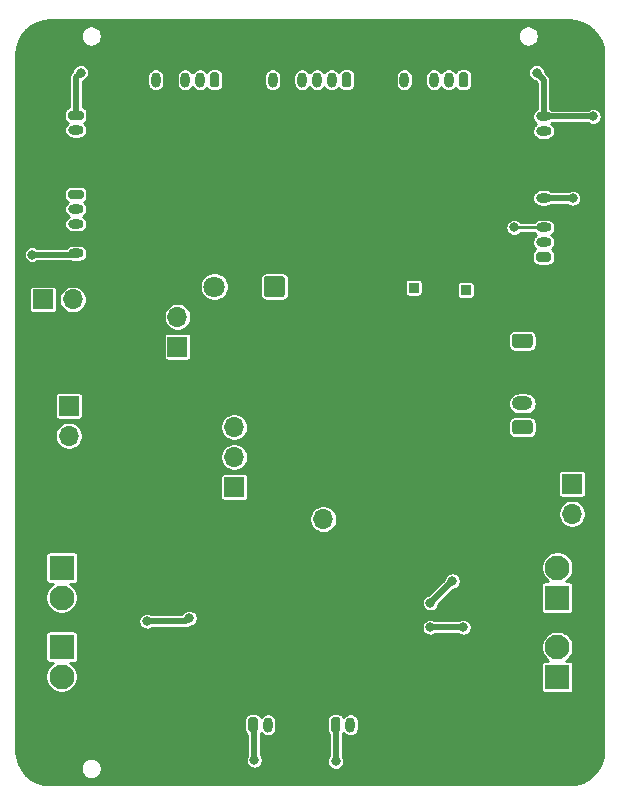
<source format=gbr>
%TF.GenerationSoftware,KiCad,Pcbnew,5.1.10*%
%TF.CreationDate,2021-06-13T09:42:38+02:00*%
%TF.ProjectId,nsumo,6e73756d-6f2e-46b6-9963-61645f706362,rev?*%
%TF.SameCoordinates,Original*%
%TF.FileFunction,Copper,L2,Bot*%
%TF.FilePolarity,Positive*%
%FSLAX46Y46*%
G04 Gerber Fmt 4.6, Leading zero omitted, Abs format (unit mm)*
G04 Created by KiCad (PCBNEW 5.1.10) date 2021-06-13 09:42:38*
%MOMM*%
%LPD*%
G01*
G04 APERTURE LIST*
%TA.AperFunction,ComponentPad*%
%ADD10O,0.800000X1.300000*%
%TD*%
%TA.AperFunction,ComponentPad*%
%ADD11O,1.300000X0.800000*%
%TD*%
%TA.AperFunction,ComponentPad*%
%ADD12C,2.100000*%
%TD*%
%TA.AperFunction,ComponentPad*%
%ADD13R,2.100000X2.100000*%
%TD*%
%TA.AperFunction,ComponentPad*%
%ADD14C,0.700000*%
%TD*%
%TA.AperFunction,ComponentPad*%
%ADD15C,4.400000*%
%TD*%
%TA.AperFunction,ComponentPad*%
%ADD16O,1.750000X1.200000*%
%TD*%
%TA.AperFunction,ComponentPad*%
%ADD17O,1.700000X1.700000*%
%TD*%
%TA.AperFunction,ComponentPad*%
%ADD18R,1.700000X1.700000*%
%TD*%
%TA.AperFunction,ComponentPad*%
%ADD19R,0.850000X0.850000*%
%TD*%
%TA.AperFunction,ComponentPad*%
%ADD20C,1.800000*%
%TD*%
%TA.AperFunction,ViaPad*%
%ADD21C,0.800000*%
%TD*%
%TA.AperFunction,Conductor*%
%ADD22C,0.508000*%
%TD*%
%TA.AperFunction,Conductor*%
%ADD23C,0.254000*%
%TD*%
%TA.AperFunction,Conductor*%
%ADD24C,0.100000*%
%TD*%
G04 APERTURE END LIST*
%TO.P,J22,1*%
%TO.N,+5V*%
%TA.AperFunction,ComponentPad*%
G36*
G01*
X54800000Y-140250000D02*
X54800000Y-139350000D01*
G75*
G02*
X55000000Y-139150000I200000J0D01*
G01*
X55400000Y-139150000D01*
G75*
G02*
X55600000Y-139350000I0J-200000D01*
G01*
X55600000Y-140250000D01*
G75*
G02*
X55400000Y-140450000I-200000J0D01*
G01*
X55000000Y-140450000D01*
G75*
G02*
X54800000Y-140250000I0J200000D01*
G01*
G37*
%TD.AperFunction*%
D10*
%TO.P,J22,2*%
%TO.N,LD_BACK_RIGHT*%
X56450000Y-139800000D03*
%TO.P,J22,3*%
%TO.N,GND*%
X57700000Y-139800000D03*
%TD*%
D11*
%TO.P,J21,3*%
%TO.N,+5V*%
X72800000Y-88300000D03*
%TO.P,J21,2*%
%TO.N,LD_FRONT_RIGHT*%
X72800000Y-89550000D03*
%TO.P,J21,1*%
%TO.N,GND*%
%TA.AperFunction,ComponentPad*%
G36*
G01*
X73250000Y-91200000D02*
X72350000Y-91200000D01*
G75*
G02*
X72150000Y-91000000I0J200000D01*
G01*
X72150000Y-90600000D01*
G75*
G02*
X72350000Y-90400000I200000J0D01*
G01*
X73250000Y-90400000D01*
G75*
G02*
X73450000Y-90600000I0J-200000D01*
G01*
X73450000Y-91000000D01*
G75*
G02*
X73250000Y-91200000I-200000J0D01*
G01*
G37*
%TD.AperFunction*%
%TD*%
D10*
%TO.P,J20,3*%
%TO.N,GND*%
X50700000Y-139800000D03*
%TO.P,J20,2*%
%TO.N,LD_BACK_LEFT*%
X49450000Y-139800000D03*
%TO.P,J20,1*%
%TO.N,+5V*%
%TA.AperFunction,ComponentPad*%
G36*
G01*
X47800000Y-140250000D02*
X47800000Y-139350000D01*
G75*
G02*
X48000000Y-139150000I200000J0D01*
G01*
X48400000Y-139150000D01*
G75*
G02*
X48600000Y-139350000I0J-200000D01*
G01*
X48600000Y-140250000D01*
G75*
G02*
X48400000Y-140450000I-200000J0D01*
G01*
X48000000Y-140450000D01*
G75*
G02*
X47800000Y-140250000I0J200000D01*
G01*
G37*
%TD.AperFunction*%
%TD*%
D11*
%TO.P,J19,3*%
%TO.N,GND*%
X33200000Y-90700000D03*
%TO.P,J19,2*%
%TO.N,LD_FRONT_LEFT*%
X33200000Y-89450000D03*
%TO.P,J19,1*%
%TO.N,+5V*%
%TA.AperFunction,ComponentPad*%
G36*
G01*
X32750000Y-87800000D02*
X33650000Y-87800000D01*
G75*
G02*
X33850000Y-88000000I0J-200000D01*
G01*
X33850000Y-88400000D01*
G75*
G02*
X33650000Y-88600000I-200000J0D01*
G01*
X32750000Y-88600000D01*
G75*
G02*
X32550000Y-88400000I0J200000D01*
G01*
X32550000Y-88000000D01*
G75*
G02*
X32750000Y-87800000I200000J0D01*
G01*
G37*
%TD.AperFunction*%
%TD*%
D12*
%TO.P,J18,2*%
%TO.N,Net-(J18-Pad2)*%
X32000000Y-135740000D03*
D13*
%TO.P,J18,1*%
%TO.N,Net-(J18-Pad1)*%
X32000000Y-133200000D03*
%TD*%
D12*
%TO.P,J17,2*%
%TO.N,Net-(J17-Pad2)*%
X32000000Y-129040000D03*
D13*
%TO.P,J17,1*%
%TO.N,Net-(J17-Pad1)*%
X32000000Y-126500000D03*
%TD*%
D12*
%TO.P,J15,2*%
%TO.N,Net-(J15-Pad2)*%
X73950000Y-133223000D03*
D13*
%TO.P,J15,1*%
%TO.N,Net-(J15-Pad1)*%
X73950000Y-135763000D03*
%TD*%
D12*
%TO.P,J14,2*%
%TO.N,Net-(J14-Pad2)*%
X73950000Y-126500000D03*
D13*
%TO.P,J14,1*%
%TO.N,Net-(J14-Pad1)*%
X73950000Y-129040000D03*
%TD*%
D11*
%TO.P,J1,5*%
%TO.N,+3V3*%
X33200000Y-99900000D03*
%TO.P,J1,4*%
%TO.N,GND*%
X33200000Y-98650000D03*
%TO.P,J1,3*%
%TO.N,SCL*%
X33200000Y-97400000D03*
%TO.P,J1,2*%
%TO.N,SDA*%
X33200000Y-96150000D03*
%TO.P,J1,1*%
%TO.N,xshut_left*%
%TA.AperFunction,ComponentPad*%
G36*
G01*
X32750000Y-94500000D02*
X33650000Y-94500000D01*
G75*
G02*
X33850000Y-94700000I0J-200000D01*
G01*
X33850000Y-95100000D01*
G75*
G02*
X33650000Y-95300000I-200000J0D01*
G01*
X32750000Y-95300000D01*
G75*
G02*
X32550000Y-95100000I0J200000D01*
G01*
X32550000Y-94700000D01*
G75*
G02*
X32750000Y-94500000I200000J0D01*
G01*
G37*
%TD.AperFunction*%
%TD*%
D10*
%TO.P,J4,5*%
%TO.N,+3V3*%
X39950000Y-85200000D03*
%TO.P,J4,4*%
%TO.N,GND*%
X41200000Y-85200000D03*
%TO.P,J4,3*%
%TO.N,SCL*%
X42450000Y-85200000D03*
%TO.P,J4,2*%
%TO.N,SDA*%
X43700000Y-85200000D03*
%TO.P,J4,1*%
%TO.N,xshut_front_left*%
%TA.AperFunction,ComponentPad*%
G36*
G01*
X45350000Y-84750000D02*
X45350000Y-85650000D01*
G75*
G02*
X45150000Y-85850000I-200000J0D01*
G01*
X44750000Y-85850000D01*
G75*
G02*
X44550000Y-85650000I0J200000D01*
G01*
X44550000Y-84750000D01*
G75*
G02*
X44750000Y-84550000I200000J0D01*
G01*
X45150000Y-84550000D01*
G75*
G02*
X45350000Y-84750000I0J-200000D01*
G01*
G37*
%TD.AperFunction*%
%TD*%
%TO.P,J2,6*%
%TO.N,+3V3*%
X49850000Y-85200000D03*
%TO.P,J2,5*%
%TO.N,GND*%
X51100000Y-85200000D03*
%TO.P,J2,4*%
%TO.N,SCL*%
X52350000Y-85200000D03*
%TO.P,J2,3*%
%TO.N,SDA*%
X53600000Y-85200000D03*
%TO.P,J2,2*%
%TO.N,xshut_front*%
X54850000Y-85200000D03*
%TO.P,J2,1*%
%TO.N,RS_FRONT_INT*%
%TA.AperFunction,ComponentPad*%
G36*
G01*
X56500000Y-84750000D02*
X56500000Y-85650000D01*
G75*
G02*
X56300000Y-85850000I-200000J0D01*
G01*
X55900000Y-85850000D01*
G75*
G02*
X55700000Y-85650000I0J200000D01*
G01*
X55700000Y-84750000D01*
G75*
G02*
X55900000Y-84550000I200000J0D01*
G01*
X56300000Y-84550000D01*
G75*
G02*
X56500000Y-84750000I0J-200000D01*
G01*
G37*
%TD.AperFunction*%
%TD*%
D14*
%TO.P,H4,1*%
%TO.N,GND*%
X32166726Y-81833274D03*
X31000000Y-81350000D03*
X29833274Y-81833274D03*
X29350000Y-83000000D03*
X29833274Y-84166726D03*
X31000000Y-84650000D03*
X32166726Y-84166726D03*
X32650000Y-83000000D03*
D15*
X31000000Y-83000000D03*
%TD*%
D14*
%TO.P,H3,1*%
%TO.N,GND*%
X76166726Y-81833274D03*
X75000000Y-81350000D03*
X73833274Y-81833274D03*
X73350000Y-83000000D03*
X73833274Y-84166726D03*
X75000000Y-84650000D03*
X76166726Y-84166726D03*
X76650000Y-83000000D03*
D15*
X75000000Y-83000000D03*
%TD*%
D14*
%TO.P,H2,1*%
%TO.N,GND*%
X32166726Y-140833274D03*
X31000000Y-140350000D03*
X29833274Y-140833274D03*
X29350000Y-142000000D03*
X29833274Y-143166726D03*
X31000000Y-143650000D03*
X32166726Y-143166726D03*
X32650000Y-142000000D03*
D15*
X31000000Y-142000000D03*
%TD*%
D14*
%TO.P,H1,1*%
%TO.N,GND*%
X76166726Y-140833274D03*
X75000000Y-140350000D03*
X73833274Y-140833274D03*
X73350000Y-142000000D03*
X73833274Y-143166726D03*
X75000000Y-143650000D03*
X76166726Y-143166726D03*
X76650000Y-142000000D03*
D15*
X75000000Y-142000000D03*
%TD*%
D16*
%TO.P,J5,2*%
%TO.N,GND*%
X71000000Y-105300000D03*
%TO.P,J5,1*%
%TO.N,Net-(J3-Pad2)*%
%TA.AperFunction,ComponentPad*%
G36*
G01*
X71625001Y-107900000D02*
X70374999Y-107900000D01*
G75*
G02*
X70125000Y-107650001I0J249999D01*
G01*
X70125000Y-106949999D01*
G75*
G02*
X70374999Y-106700000I249999J0D01*
G01*
X71625001Y-106700000D01*
G75*
G02*
X71875000Y-106949999I0J-249999D01*
G01*
X71875000Y-107650001D01*
G75*
G02*
X71625001Y-107900000I-249999J0D01*
G01*
G37*
%TD.AperFunction*%
%TD*%
%TO.P,J3,2*%
%TO.N,Net-(J3-Pad2)*%
X71000000Y-112600000D03*
%TO.P,J3,1*%
%TO.N,Net-(J3-Pad1)*%
%TA.AperFunction,ComponentPad*%
G36*
G01*
X71625001Y-115200000D02*
X70374999Y-115200000D01*
G75*
G02*
X70125000Y-114950001I0J249999D01*
G01*
X70125000Y-114249999D01*
G75*
G02*
X70374999Y-114000000I249999J0D01*
G01*
X71625001Y-114000000D01*
G75*
G02*
X71875000Y-114249999I0J-249999D01*
G01*
X71875000Y-114950001D01*
G75*
G02*
X71625001Y-115200000I-249999J0D01*
G01*
G37*
%TD.AperFunction*%
%TD*%
D11*
%TO.P,J9,5*%
%TO.N,+3V3*%
X72800000Y-95200000D03*
%TO.P,J9,4*%
%TO.N,GND*%
X72800000Y-96450000D03*
%TO.P,J9,3*%
%TO.N,xshut_right*%
X72800000Y-97700000D03*
%TO.P,J9,2*%
%TO.N,SDA*%
X72800000Y-98950000D03*
%TO.P,J9,1*%
%TO.N,SCL*%
%TA.AperFunction,ComponentPad*%
G36*
G01*
X73250000Y-100600000D02*
X72350000Y-100600000D01*
G75*
G02*
X72150000Y-100400000I0J200000D01*
G01*
X72150000Y-100000000D01*
G75*
G02*
X72350000Y-99800000I200000J0D01*
G01*
X73250000Y-99800000D01*
G75*
G02*
X73450000Y-100000000I0J-200000D01*
G01*
X73450000Y-100400000D01*
G75*
G02*
X73250000Y-100600000I-200000J0D01*
G01*
G37*
%TD.AperFunction*%
%TD*%
D10*
%TO.P,J7,5*%
%TO.N,+3V3*%
X61000000Y-85200000D03*
%TO.P,J7,4*%
%TO.N,GND*%
X62250000Y-85200000D03*
%TO.P,J7,3*%
%TO.N,SCL*%
X63500000Y-85200000D03*
%TO.P,J7,2*%
%TO.N,SDA*%
X64750000Y-85200000D03*
%TO.P,J7,1*%
%TO.N,xshut_front_right*%
%TA.AperFunction,ComponentPad*%
G36*
G01*
X66400000Y-84750000D02*
X66400000Y-85650000D01*
G75*
G02*
X66200000Y-85850000I-200000J0D01*
G01*
X65800000Y-85850000D01*
G75*
G02*
X65600000Y-85650000I0J200000D01*
G01*
X65600000Y-84750000D01*
G75*
G02*
X65800000Y-84550000I200000J0D01*
G01*
X66200000Y-84550000D01*
G75*
G02*
X66400000Y-84750000I0J-200000D01*
G01*
G37*
%TD.AperFunction*%
%TD*%
D17*
%TO.P,J6,2*%
%TO.N,SDA*%
X32940000Y-103800000D03*
D18*
%TO.P,J6,1*%
%TO.N,SCL*%
X30400000Y-103800000D03*
%TD*%
D17*
%TO.P,J12,2*%
%TO.N,P26UNUSED*%
X54140000Y-122400000D03*
D18*
%TO.P,J12,1*%
%TO.N,GND*%
X51600000Y-122400000D03*
%TD*%
D17*
%TO.P,J11,3*%
%TO.N,+3V3*%
X46600000Y-114600000D03*
%TO.P,J11,2*%
%TO.N,RST*%
X46600000Y-117140000D03*
D18*
%TO.P,J11,1*%
%TO.N,SBWTCK*%
X46600000Y-119680000D03*
%TD*%
D17*
%TO.P,J8,2*%
%TO.N,P13UNUSED*%
X32600000Y-115340000D03*
D18*
%TO.P,J8,1*%
%TO.N,P14UNUSED*%
X32600000Y-112800000D03*
%TD*%
D17*
%TO.P,J10,2*%
%TO.N,Net-(J10-Pad2)*%
X41800000Y-105260000D03*
D18*
%TO.P,J10,1*%
%TO.N,Net-(J10-Pad1)*%
X41800000Y-107800000D03*
%TD*%
D17*
%TO.P,SW2,2*%
%TO.N,Net-(SW2-Pad2)*%
X75200000Y-121940000D03*
D18*
%TO.P,SW2,1*%
%TO.N,Net-(J3-Pad1)*%
X75200000Y-119400000D03*
%TD*%
D19*
%TO.P,TP2,1*%
%TO.N,+5V*%
X66200000Y-103000000D03*
%TD*%
%TO.P,TP1,1*%
%TO.N,+3V3*%
X61800000Y-102800000D03*
%TD*%
D20*
%TO.P,U1,3*%
%TO.N,Net-(C7-Pad1)*%
X44920000Y-102700000D03*
%TO.P,U1,2*%
%TO.N,GND*%
X47460000Y-102700000D03*
%TO.P,U1,1*%
%TO.N,Net-(D5-Pad2)*%
%TA.AperFunction,ComponentPad*%
G36*
G01*
X50900000Y-102050200D02*
X50900000Y-103349800D01*
G75*
G02*
X50649800Y-103600000I-250200J0D01*
G01*
X49350200Y-103600000D01*
G75*
G02*
X49100000Y-103349800I0J250200D01*
G01*
X49100000Y-102050200D01*
G75*
G02*
X49350200Y-101800000I250200J0D01*
G01*
X50649800Y-101800000D01*
G75*
G02*
X50900000Y-102050200I0J-250200D01*
G01*
G37*
%TD.AperFunction*%
%TD*%
D21*
%TO.N,GND*%
X57900000Y-130050000D03*
X47950000Y-135100000D03*
X66900000Y-111000000D03*
X60161000Y-113935000D03*
X62741000Y-113996000D03*
X44750000Y-119500000D03*
X62800000Y-115600000D03*
X62800000Y-124150000D03*
X68800000Y-123200000D03*
X61800000Y-124150000D03*
X48050000Y-131700000D03*
X47950000Y-134100000D03*
X45800000Y-109400000D03*
X44200000Y-109400000D03*
X62200000Y-100800000D03*
X48200000Y-107800000D03*
X56400000Y-111000000D03*
X53850000Y-114450000D03*
X57700000Y-128350000D03*
X57700000Y-127100000D03*
X56500000Y-122700000D03*
X68900000Y-113300000D03*
X35650000Y-132700000D03*
X35650000Y-133731000D03*
X38800000Y-128700000D03*
X70200000Y-132588000D03*
X70200000Y-133550000D03*
X67100000Y-129500000D03*
X70250000Y-128700000D03*
X68500000Y-101200000D03*
X53100000Y-105800000D03*
X51900000Y-105800000D03*
X51900000Y-104700000D03*
X41650000Y-135900000D03*
X41600000Y-136900000D03*
X57600000Y-118200000D03*
X49600000Y-118200000D03*
X38800000Y-129600000D03*
X53100000Y-104700000D03*
X49900000Y-108300000D03*
X68800000Y-124400000D03*
X67700000Y-124400000D03*
%TO.N,+5V*%
X48300000Y-142800000D03*
X55200000Y-142900000D03*
X77000000Y-88300000D03*
X72200000Y-84600000D03*
X33600000Y-84600000D03*
%TO.N,+3V3*%
X39224000Y-131032000D03*
X42780000Y-130778000D03*
X63190000Y-131544000D03*
X65984000Y-131544000D03*
X65063870Y-127638130D03*
X63200000Y-129488000D03*
X75279000Y-95221000D03*
X29500000Y-100000000D03*
%TO.N,xshut_right*%
X70300000Y-97700000D03*
%TD*%
D22*
%TO.N,+5V*%
X48300000Y-139900000D02*
X48200000Y-139800000D01*
X48300000Y-142800000D02*
X48300000Y-139900000D01*
X55200000Y-142900000D02*
X55200000Y-139800000D01*
X72800000Y-88300000D02*
X72800000Y-85600000D01*
X72800000Y-85200000D02*
X72800000Y-85600000D01*
X72200000Y-84600000D02*
X72800000Y-85200000D01*
X33200001Y-84999999D02*
X33600000Y-84600000D01*
X33200000Y-88200000D02*
X33200001Y-84999999D01*
X72800000Y-88300000D02*
X77000000Y-88300000D01*
%TO.N,+3V3*%
X63190000Y-131544000D02*
X65984000Y-131544000D01*
X63264933Y-129437067D02*
X63264933Y-129488000D01*
X65063870Y-127638130D02*
X63264933Y-129437067D01*
X75258000Y-95200000D02*
X75279000Y-95221000D01*
X72800000Y-95200000D02*
X75258000Y-95200000D01*
X33200000Y-100000000D02*
X29500000Y-100000000D01*
X42526000Y-131032000D02*
X42780000Y-130778000D01*
X39224000Y-131032000D02*
X42526000Y-131032000D01*
D23*
%TO.N,xshut_right*%
X72800000Y-97700000D02*
X70300000Y-97700000D01*
%TD*%
%TO.N,GND*%
X75553038Y-80206956D02*
X76085012Y-80367568D01*
X76575652Y-80628444D01*
X77006286Y-80979661D01*
X77360494Y-81407826D01*
X77624795Y-81896641D01*
X77789117Y-82427477D01*
X77847955Y-82987283D01*
X77848001Y-83000530D01*
X77848000Y-141992562D01*
X77793044Y-142553038D01*
X77632432Y-143085012D01*
X77371552Y-143575657D01*
X77020336Y-144006288D01*
X76592177Y-144360493D01*
X76103358Y-144624796D01*
X75572523Y-144789117D01*
X75012717Y-144847955D01*
X74999757Y-144848000D01*
X31007438Y-144848000D01*
X30446962Y-144793044D01*
X29914988Y-144632432D01*
X29424343Y-144371552D01*
X28993712Y-144020336D01*
X28639507Y-143592177D01*
X28541579Y-143411062D01*
X33597000Y-143411062D01*
X33597000Y-143588938D01*
X33631702Y-143763395D01*
X33699772Y-143927731D01*
X33798594Y-144075629D01*
X33924371Y-144201406D01*
X34072269Y-144300228D01*
X34236605Y-144368298D01*
X34411062Y-144403000D01*
X34588938Y-144403000D01*
X34763395Y-144368298D01*
X34927731Y-144300228D01*
X35075629Y-144201406D01*
X35201406Y-144075629D01*
X35300228Y-143927731D01*
X35368298Y-143763395D01*
X35403000Y-143588938D01*
X35403000Y-143411062D01*
X35368298Y-143236605D01*
X35300228Y-143072269D01*
X35201406Y-142924371D01*
X35075629Y-142798594D01*
X34927731Y-142699772D01*
X34763395Y-142631702D01*
X34588938Y-142597000D01*
X34411062Y-142597000D01*
X34236605Y-142631702D01*
X34072269Y-142699772D01*
X33924371Y-142798594D01*
X33798594Y-142924371D01*
X33699772Y-143072269D01*
X33631702Y-143236605D01*
X33597000Y-143411062D01*
X28541579Y-143411062D01*
X28375204Y-143103358D01*
X28210883Y-142572523D01*
X28152045Y-142012717D01*
X28152000Y-141999757D01*
X28152000Y-139350000D01*
X47471418Y-139350000D01*
X47471418Y-140250000D01*
X47481575Y-140353121D01*
X47511654Y-140452280D01*
X47560500Y-140543664D01*
X47626236Y-140623764D01*
X47706336Y-140689500D01*
X47719001Y-140696269D01*
X47719000Y-142360962D01*
X47655741Y-142455636D01*
X47600938Y-142587942D01*
X47573000Y-142728397D01*
X47573000Y-142871603D01*
X47600938Y-143012058D01*
X47655741Y-143144364D01*
X47735302Y-143263436D01*
X47836564Y-143364698D01*
X47955636Y-143444259D01*
X48087942Y-143499062D01*
X48228397Y-143527000D01*
X48371603Y-143527000D01*
X48512058Y-143499062D01*
X48644364Y-143444259D01*
X48763436Y-143364698D01*
X48864698Y-143263436D01*
X48944259Y-143144364D01*
X48999062Y-143012058D01*
X49027000Y-142871603D01*
X49027000Y-142728397D01*
X48999062Y-142587942D01*
X48944259Y-142455636D01*
X48881000Y-142360962D01*
X48881000Y-140502647D01*
X48933447Y-140566554D01*
X49044148Y-140657403D01*
X49170444Y-140724910D01*
X49307484Y-140766480D01*
X49450000Y-140780517D01*
X49592517Y-140766480D01*
X49729557Y-140724910D01*
X49855853Y-140657403D01*
X49966554Y-140566554D01*
X50057403Y-140455853D01*
X50124910Y-140329557D01*
X50166480Y-140192517D01*
X50177000Y-140085708D01*
X50177000Y-139514292D01*
X50166480Y-139407483D01*
X50149043Y-139350000D01*
X54471418Y-139350000D01*
X54471418Y-140250000D01*
X54481575Y-140353121D01*
X54511654Y-140452280D01*
X54560500Y-140543664D01*
X54619001Y-140614948D01*
X54619000Y-142460962D01*
X54555741Y-142555636D01*
X54500938Y-142687942D01*
X54473000Y-142828397D01*
X54473000Y-142971603D01*
X54500938Y-143112058D01*
X54555741Y-143244364D01*
X54635302Y-143363436D01*
X54736564Y-143464698D01*
X54855636Y-143544259D01*
X54987942Y-143599062D01*
X55128397Y-143627000D01*
X55271603Y-143627000D01*
X55412058Y-143599062D01*
X55544364Y-143544259D01*
X55663436Y-143464698D01*
X55764698Y-143363436D01*
X55844259Y-143244364D01*
X55899062Y-143112058D01*
X55927000Y-142971603D01*
X55927000Y-142828397D01*
X55899062Y-142687942D01*
X55844259Y-142555636D01*
X55781000Y-142460962D01*
X55781000Y-140614947D01*
X55839500Y-140543664D01*
X55869145Y-140488202D01*
X55933447Y-140566554D01*
X56044148Y-140657403D01*
X56170444Y-140724910D01*
X56307484Y-140766480D01*
X56450000Y-140780517D01*
X56592517Y-140766480D01*
X56729557Y-140724910D01*
X56855853Y-140657403D01*
X56966554Y-140566554D01*
X57057403Y-140455853D01*
X57124910Y-140329557D01*
X57166480Y-140192517D01*
X57177000Y-140085708D01*
X57177000Y-139514292D01*
X57166480Y-139407483D01*
X57124910Y-139270443D01*
X57057403Y-139144147D01*
X56966553Y-139033446D01*
X56855852Y-138942597D01*
X56729556Y-138875090D01*
X56592516Y-138833520D01*
X56450000Y-138819483D01*
X56307483Y-138833520D01*
X56170443Y-138875090D01*
X56044147Y-138942597D01*
X55933446Y-139033447D01*
X55869145Y-139111798D01*
X55839500Y-139056336D01*
X55773764Y-138976236D01*
X55693664Y-138910500D01*
X55602280Y-138861654D01*
X55503121Y-138831575D01*
X55400000Y-138821418D01*
X55000000Y-138821418D01*
X54896879Y-138831575D01*
X54797720Y-138861654D01*
X54706336Y-138910500D01*
X54626236Y-138976236D01*
X54560500Y-139056336D01*
X54511654Y-139147720D01*
X54481575Y-139246879D01*
X54471418Y-139350000D01*
X50149043Y-139350000D01*
X50124910Y-139270443D01*
X50057403Y-139144147D01*
X49966553Y-139033446D01*
X49855852Y-138942597D01*
X49729556Y-138875090D01*
X49592516Y-138833520D01*
X49450000Y-138819483D01*
X49307483Y-138833520D01*
X49170443Y-138875090D01*
X49044147Y-138942597D01*
X48933446Y-139033447D01*
X48869145Y-139111798D01*
X48839500Y-139056336D01*
X48773764Y-138976236D01*
X48693664Y-138910500D01*
X48602280Y-138861654D01*
X48503121Y-138831575D01*
X48400000Y-138821418D01*
X48000000Y-138821418D01*
X47896879Y-138831575D01*
X47797720Y-138861654D01*
X47706336Y-138910500D01*
X47626236Y-138976236D01*
X47560500Y-139056336D01*
X47511654Y-139147720D01*
X47481575Y-139246879D01*
X47471418Y-139350000D01*
X28152000Y-139350000D01*
X28152000Y-132150000D01*
X30621418Y-132150000D01*
X30621418Y-134250000D01*
X30627732Y-134314103D01*
X30646430Y-134375743D01*
X30676794Y-134432550D01*
X30717657Y-134482343D01*
X30767450Y-134523206D01*
X30824257Y-134553570D01*
X30885897Y-134572268D01*
X30950000Y-134578582D01*
X31259650Y-134578582D01*
X31122213Y-134670414D01*
X30930414Y-134862213D01*
X30779718Y-135087746D01*
X30675917Y-135338344D01*
X30623000Y-135604377D01*
X30623000Y-135875623D01*
X30675917Y-136141656D01*
X30779718Y-136392254D01*
X30930414Y-136617787D01*
X31122213Y-136809586D01*
X31347746Y-136960282D01*
X31598344Y-137064083D01*
X31864377Y-137117000D01*
X32135623Y-137117000D01*
X32401656Y-137064083D01*
X32652254Y-136960282D01*
X32877787Y-136809586D01*
X33069586Y-136617787D01*
X33220282Y-136392254D01*
X33324083Y-136141656D01*
X33377000Y-135875623D01*
X33377000Y-135604377D01*
X33324083Y-135338344D01*
X33220282Y-135087746D01*
X33069586Y-134862213D01*
X32920373Y-134713000D01*
X72571418Y-134713000D01*
X72571418Y-136813000D01*
X72577732Y-136877103D01*
X72596430Y-136938743D01*
X72626794Y-136995550D01*
X72667657Y-137045343D01*
X72717450Y-137086206D01*
X72774257Y-137116570D01*
X72835897Y-137135268D01*
X72900000Y-137141582D01*
X75000000Y-137141582D01*
X75064103Y-137135268D01*
X75125743Y-137116570D01*
X75182550Y-137086206D01*
X75232343Y-137045343D01*
X75273206Y-136995550D01*
X75303570Y-136938743D01*
X75322268Y-136877103D01*
X75328582Y-136813000D01*
X75328582Y-134713000D01*
X75322268Y-134648897D01*
X75303570Y-134587257D01*
X75273206Y-134530450D01*
X75232343Y-134480657D01*
X75182550Y-134439794D01*
X75125743Y-134409430D01*
X75064103Y-134390732D01*
X75000000Y-134384418D01*
X74690350Y-134384418D01*
X74827787Y-134292586D01*
X75019586Y-134100787D01*
X75170282Y-133875254D01*
X75274083Y-133624656D01*
X75327000Y-133358623D01*
X75327000Y-133087377D01*
X75274083Y-132821344D01*
X75170282Y-132570746D01*
X75019586Y-132345213D01*
X74827787Y-132153414D01*
X74602254Y-132002718D01*
X74351656Y-131898917D01*
X74085623Y-131846000D01*
X73814377Y-131846000D01*
X73548344Y-131898917D01*
X73297746Y-132002718D01*
X73072213Y-132153414D01*
X72880414Y-132345213D01*
X72729718Y-132570746D01*
X72625917Y-132821344D01*
X72573000Y-133087377D01*
X72573000Y-133358623D01*
X72625917Y-133624656D01*
X72729718Y-133875254D01*
X72880414Y-134100787D01*
X73072213Y-134292586D01*
X73209650Y-134384418D01*
X72900000Y-134384418D01*
X72835897Y-134390732D01*
X72774257Y-134409430D01*
X72717450Y-134439794D01*
X72667657Y-134480657D01*
X72626794Y-134530450D01*
X72596430Y-134587257D01*
X72577732Y-134648897D01*
X72571418Y-134713000D01*
X32920373Y-134713000D01*
X32877787Y-134670414D01*
X32740350Y-134578582D01*
X33050000Y-134578582D01*
X33114103Y-134572268D01*
X33175743Y-134553570D01*
X33232550Y-134523206D01*
X33282343Y-134482343D01*
X33323206Y-134432550D01*
X33353570Y-134375743D01*
X33372268Y-134314103D01*
X33378582Y-134250000D01*
X33378582Y-132150000D01*
X33372268Y-132085897D01*
X33353570Y-132024257D01*
X33323206Y-131967450D01*
X33282343Y-131917657D01*
X33232550Y-131876794D01*
X33175743Y-131846430D01*
X33114103Y-131827732D01*
X33050000Y-131821418D01*
X30950000Y-131821418D01*
X30885897Y-131827732D01*
X30824257Y-131846430D01*
X30767450Y-131876794D01*
X30717657Y-131917657D01*
X30676794Y-131967450D01*
X30646430Y-132024257D01*
X30627732Y-132085897D01*
X30621418Y-132150000D01*
X28152000Y-132150000D01*
X28152000Y-130960397D01*
X38497000Y-130960397D01*
X38497000Y-131103603D01*
X38524938Y-131244058D01*
X38579741Y-131376364D01*
X38659302Y-131495436D01*
X38760564Y-131596698D01*
X38879636Y-131676259D01*
X39011942Y-131731062D01*
X39152397Y-131759000D01*
X39295603Y-131759000D01*
X39436058Y-131731062D01*
X39568364Y-131676259D01*
X39663038Y-131613000D01*
X42497460Y-131613000D01*
X42526000Y-131615811D01*
X42554540Y-131613000D01*
X42639896Y-131604593D01*
X42749415Y-131571371D01*
X42850348Y-131517421D01*
X42869924Y-131501356D01*
X42992058Y-131477062D01*
X43003320Y-131472397D01*
X62463000Y-131472397D01*
X62463000Y-131615603D01*
X62490938Y-131756058D01*
X62545741Y-131888364D01*
X62625302Y-132007436D01*
X62726564Y-132108698D01*
X62845636Y-132188259D01*
X62977942Y-132243062D01*
X63118397Y-132271000D01*
X63261603Y-132271000D01*
X63402058Y-132243062D01*
X63534364Y-132188259D01*
X63629038Y-132125000D01*
X65544962Y-132125000D01*
X65639636Y-132188259D01*
X65771942Y-132243062D01*
X65912397Y-132271000D01*
X66055603Y-132271000D01*
X66196058Y-132243062D01*
X66328364Y-132188259D01*
X66447436Y-132108698D01*
X66548698Y-132007436D01*
X66628259Y-131888364D01*
X66683062Y-131756058D01*
X66711000Y-131615603D01*
X66711000Y-131472397D01*
X66683062Y-131331942D01*
X66628259Y-131199636D01*
X66548698Y-131080564D01*
X66447436Y-130979302D01*
X66328364Y-130899741D01*
X66196058Y-130844938D01*
X66055603Y-130817000D01*
X65912397Y-130817000D01*
X65771942Y-130844938D01*
X65639636Y-130899741D01*
X65544962Y-130963000D01*
X63629038Y-130963000D01*
X63534364Y-130899741D01*
X63402058Y-130844938D01*
X63261603Y-130817000D01*
X63118397Y-130817000D01*
X62977942Y-130844938D01*
X62845636Y-130899741D01*
X62726564Y-130979302D01*
X62625302Y-131080564D01*
X62545741Y-131199636D01*
X62490938Y-131331942D01*
X62463000Y-131472397D01*
X43003320Y-131472397D01*
X43124364Y-131422259D01*
X43243436Y-131342698D01*
X43344698Y-131241436D01*
X43424259Y-131122364D01*
X43479062Y-130990058D01*
X43507000Y-130849603D01*
X43507000Y-130706397D01*
X43479062Y-130565942D01*
X43424259Y-130433636D01*
X43344698Y-130314564D01*
X43243436Y-130213302D01*
X43124364Y-130133741D01*
X42992058Y-130078938D01*
X42851603Y-130051000D01*
X42708397Y-130051000D01*
X42567942Y-130078938D01*
X42435636Y-130133741D01*
X42316564Y-130213302D01*
X42215302Y-130314564D01*
X42135741Y-130433636D01*
X42128549Y-130451000D01*
X39663038Y-130451000D01*
X39568364Y-130387741D01*
X39436058Y-130332938D01*
X39295603Y-130305000D01*
X39152397Y-130305000D01*
X39011942Y-130332938D01*
X38879636Y-130387741D01*
X38760564Y-130467302D01*
X38659302Y-130568564D01*
X38579741Y-130687636D01*
X38524938Y-130819942D01*
X38497000Y-130960397D01*
X28152000Y-130960397D01*
X28152000Y-125450000D01*
X30621418Y-125450000D01*
X30621418Y-127550000D01*
X30627732Y-127614103D01*
X30646430Y-127675743D01*
X30676794Y-127732550D01*
X30717657Y-127782343D01*
X30767450Y-127823206D01*
X30824257Y-127853570D01*
X30885897Y-127872268D01*
X30950000Y-127878582D01*
X31259650Y-127878582D01*
X31122213Y-127970414D01*
X30930414Y-128162213D01*
X30779718Y-128387746D01*
X30675917Y-128638344D01*
X30623000Y-128904377D01*
X30623000Y-129175623D01*
X30675917Y-129441656D01*
X30779718Y-129692254D01*
X30930414Y-129917787D01*
X31122213Y-130109586D01*
X31347746Y-130260282D01*
X31598344Y-130364083D01*
X31864377Y-130417000D01*
X32135623Y-130417000D01*
X32401656Y-130364083D01*
X32652254Y-130260282D01*
X32877787Y-130109586D01*
X33069586Y-129917787D01*
X33220282Y-129692254D01*
X33324083Y-129441656D01*
X33329107Y-129416397D01*
X62473000Y-129416397D01*
X62473000Y-129559603D01*
X62500938Y-129700058D01*
X62555741Y-129832364D01*
X62635302Y-129951436D01*
X62736564Y-130052698D01*
X62855636Y-130132259D01*
X62987942Y-130187062D01*
X63128397Y-130215000D01*
X63271603Y-130215000D01*
X63412058Y-130187062D01*
X63544364Y-130132259D01*
X63663436Y-130052698D01*
X63764698Y-129951436D01*
X63844259Y-129832364D01*
X63899062Y-129700058D01*
X63917799Y-129605858D01*
X65164252Y-128359405D01*
X65275928Y-128337192D01*
X65408234Y-128282389D01*
X65527306Y-128202828D01*
X65628568Y-128101566D01*
X65703113Y-127990000D01*
X72571418Y-127990000D01*
X72571418Y-130090000D01*
X72577732Y-130154103D01*
X72596430Y-130215743D01*
X72626794Y-130272550D01*
X72667657Y-130322343D01*
X72717450Y-130363206D01*
X72774257Y-130393570D01*
X72835897Y-130412268D01*
X72900000Y-130418582D01*
X75000000Y-130418582D01*
X75064103Y-130412268D01*
X75125743Y-130393570D01*
X75182550Y-130363206D01*
X75232343Y-130322343D01*
X75273206Y-130272550D01*
X75303570Y-130215743D01*
X75322268Y-130154103D01*
X75328582Y-130090000D01*
X75328582Y-127990000D01*
X75322268Y-127925897D01*
X75303570Y-127864257D01*
X75273206Y-127807450D01*
X75232343Y-127757657D01*
X75182550Y-127716794D01*
X75125743Y-127686430D01*
X75064103Y-127667732D01*
X75000000Y-127661418D01*
X74690350Y-127661418D01*
X74827787Y-127569586D01*
X75019586Y-127377787D01*
X75170282Y-127152254D01*
X75274083Y-126901656D01*
X75327000Y-126635623D01*
X75327000Y-126364377D01*
X75274083Y-126098344D01*
X75170282Y-125847746D01*
X75019586Y-125622213D01*
X74827787Y-125430414D01*
X74602254Y-125279718D01*
X74351656Y-125175917D01*
X74085623Y-125123000D01*
X73814377Y-125123000D01*
X73548344Y-125175917D01*
X73297746Y-125279718D01*
X73072213Y-125430414D01*
X72880414Y-125622213D01*
X72729718Y-125847746D01*
X72625917Y-126098344D01*
X72573000Y-126364377D01*
X72573000Y-126635623D01*
X72625917Y-126901656D01*
X72729718Y-127152254D01*
X72880414Y-127377787D01*
X73072213Y-127569586D01*
X73209650Y-127661418D01*
X72900000Y-127661418D01*
X72835897Y-127667732D01*
X72774257Y-127686430D01*
X72717450Y-127716794D01*
X72667657Y-127757657D01*
X72626794Y-127807450D01*
X72596430Y-127864257D01*
X72577732Y-127925897D01*
X72571418Y-127990000D01*
X65703113Y-127990000D01*
X65708129Y-127982494D01*
X65762932Y-127850188D01*
X65790870Y-127709733D01*
X65790870Y-127566527D01*
X65762932Y-127426072D01*
X65708129Y-127293766D01*
X65628568Y-127174694D01*
X65527306Y-127073432D01*
X65408234Y-126993871D01*
X65275928Y-126939068D01*
X65135473Y-126911130D01*
X64992267Y-126911130D01*
X64851812Y-126939068D01*
X64719506Y-126993871D01*
X64600434Y-127073432D01*
X64499172Y-127174694D01*
X64419611Y-127293766D01*
X64364808Y-127426072D01*
X64342595Y-127537748D01*
X63117095Y-128763248D01*
X62987942Y-128788938D01*
X62855636Y-128843741D01*
X62736564Y-128923302D01*
X62635302Y-129024564D01*
X62555741Y-129143636D01*
X62500938Y-129275942D01*
X62473000Y-129416397D01*
X33329107Y-129416397D01*
X33377000Y-129175623D01*
X33377000Y-128904377D01*
X33324083Y-128638344D01*
X33220282Y-128387746D01*
X33069586Y-128162213D01*
X32877787Y-127970414D01*
X32740350Y-127878582D01*
X33050000Y-127878582D01*
X33114103Y-127872268D01*
X33175743Y-127853570D01*
X33232550Y-127823206D01*
X33282343Y-127782343D01*
X33323206Y-127732550D01*
X33353570Y-127675743D01*
X33372268Y-127614103D01*
X33378582Y-127550000D01*
X33378582Y-125450000D01*
X33372268Y-125385897D01*
X33353570Y-125324257D01*
X33323206Y-125267450D01*
X33282343Y-125217657D01*
X33232550Y-125176794D01*
X33175743Y-125146430D01*
X33114103Y-125127732D01*
X33050000Y-125121418D01*
X30950000Y-125121418D01*
X30885897Y-125127732D01*
X30824257Y-125146430D01*
X30767450Y-125176794D01*
X30717657Y-125217657D01*
X30676794Y-125267450D01*
X30646430Y-125324257D01*
X30627732Y-125385897D01*
X30621418Y-125450000D01*
X28152000Y-125450000D01*
X28152000Y-122284076D01*
X52963000Y-122284076D01*
X52963000Y-122515924D01*
X53008231Y-122743318D01*
X53096956Y-122957519D01*
X53225764Y-123150294D01*
X53389706Y-123314236D01*
X53582481Y-123443044D01*
X53796682Y-123531769D01*
X54024076Y-123577000D01*
X54255924Y-123577000D01*
X54483318Y-123531769D01*
X54697519Y-123443044D01*
X54890294Y-123314236D01*
X55054236Y-123150294D01*
X55183044Y-122957519D01*
X55271769Y-122743318D01*
X55317000Y-122515924D01*
X55317000Y-122284076D01*
X55271769Y-122056682D01*
X55183044Y-121842481D01*
X55170747Y-121824076D01*
X74023000Y-121824076D01*
X74023000Y-122055924D01*
X74068231Y-122283318D01*
X74156956Y-122497519D01*
X74285764Y-122690294D01*
X74449706Y-122854236D01*
X74642481Y-122983044D01*
X74856682Y-123071769D01*
X75084076Y-123117000D01*
X75315924Y-123117000D01*
X75543318Y-123071769D01*
X75757519Y-122983044D01*
X75950294Y-122854236D01*
X76114236Y-122690294D01*
X76243044Y-122497519D01*
X76331769Y-122283318D01*
X76377000Y-122055924D01*
X76377000Y-121824076D01*
X76331769Y-121596682D01*
X76243044Y-121382481D01*
X76114236Y-121189706D01*
X75950294Y-121025764D01*
X75757519Y-120896956D01*
X75543318Y-120808231D01*
X75315924Y-120763000D01*
X75084076Y-120763000D01*
X74856682Y-120808231D01*
X74642481Y-120896956D01*
X74449706Y-121025764D01*
X74285764Y-121189706D01*
X74156956Y-121382481D01*
X74068231Y-121596682D01*
X74023000Y-121824076D01*
X55170747Y-121824076D01*
X55054236Y-121649706D01*
X54890294Y-121485764D01*
X54697519Y-121356956D01*
X54483318Y-121268231D01*
X54255924Y-121223000D01*
X54024076Y-121223000D01*
X53796682Y-121268231D01*
X53582481Y-121356956D01*
X53389706Y-121485764D01*
X53225764Y-121649706D01*
X53096956Y-121842481D01*
X53008231Y-122056682D01*
X52963000Y-122284076D01*
X28152000Y-122284076D01*
X28152000Y-118830000D01*
X45421418Y-118830000D01*
X45421418Y-120530000D01*
X45427732Y-120594103D01*
X45446430Y-120655743D01*
X45476794Y-120712550D01*
X45517657Y-120762343D01*
X45567450Y-120803206D01*
X45624257Y-120833570D01*
X45685897Y-120852268D01*
X45750000Y-120858582D01*
X47450000Y-120858582D01*
X47514103Y-120852268D01*
X47575743Y-120833570D01*
X47632550Y-120803206D01*
X47682343Y-120762343D01*
X47723206Y-120712550D01*
X47753570Y-120655743D01*
X47772268Y-120594103D01*
X47778582Y-120530000D01*
X47778582Y-118830000D01*
X47772268Y-118765897D01*
X47753570Y-118704257D01*
X47723206Y-118647450D01*
X47682343Y-118597657D01*
X47632550Y-118556794D01*
X47619840Y-118550000D01*
X74021418Y-118550000D01*
X74021418Y-120250000D01*
X74027732Y-120314103D01*
X74046430Y-120375743D01*
X74076794Y-120432550D01*
X74117657Y-120482343D01*
X74167450Y-120523206D01*
X74224257Y-120553570D01*
X74285897Y-120572268D01*
X74350000Y-120578582D01*
X76050000Y-120578582D01*
X76114103Y-120572268D01*
X76175743Y-120553570D01*
X76232550Y-120523206D01*
X76282343Y-120482343D01*
X76323206Y-120432550D01*
X76353570Y-120375743D01*
X76372268Y-120314103D01*
X76378582Y-120250000D01*
X76378582Y-118550000D01*
X76372268Y-118485897D01*
X76353570Y-118424257D01*
X76323206Y-118367450D01*
X76282343Y-118317657D01*
X76232550Y-118276794D01*
X76175743Y-118246430D01*
X76114103Y-118227732D01*
X76050000Y-118221418D01*
X74350000Y-118221418D01*
X74285897Y-118227732D01*
X74224257Y-118246430D01*
X74167450Y-118276794D01*
X74117657Y-118317657D01*
X74076794Y-118367450D01*
X74046430Y-118424257D01*
X74027732Y-118485897D01*
X74021418Y-118550000D01*
X47619840Y-118550000D01*
X47575743Y-118526430D01*
X47514103Y-118507732D01*
X47450000Y-118501418D01*
X45750000Y-118501418D01*
X45685897Y-118507732D01*
X45624257Y-118526430D01*
X45567450Y-118556794D01*
X45517657Y-118597657D01*
X45476794Y-118647450D01*
X45446430Y-118704257D01*
X45427732Y-118765897D01*
X45421418Y-118830000D01*
X28152000Y-118830000D01*
X28152000Y-117024076D01*
X45423000Y-117024076D01*
X45423000Y-117255924D01*
X45468231Y-117483318D01*
X45556956Y-117697519D01*
X45685764Y-117890294D01*
X45849706Y-118054236D01*
X46042481Y-118183044D01*
X46256682Y-118271769D01*
X46484076Y-118317000D01*
X46715924Y-118317000D01*
X46943318Y-118271769D01*
X47157519Y-118183044D01*
X47350294Y-118054236D01*
X47514236Y-117890294D01*
X47643044Y-117697519D01*
X47731769Y-117483318D01*
X47777000Y-117255924D01*
X47777000Y-117024076D01*
X47731769Y-116796682D01*
X47643044Y-116582481D01*
X47514236Y-116389706D01*
X47350294Y-116225764D01*
X47157519Y-116096956D01*
X46943318Y-116008231D01*
X46715924Y-115963000D01*
X46484076Y-115963000D01*
X46256682Y-116008231D01*
X46042481Y-116096956D01*
X45849706Y-116225764D01*
X45685764Y-116389706D01*
X45556956Y-116582481D01*
X45468231Y-116796682D01*
X45423000Y-117024076D01*
X28152000Y-117024076D01*
X28152000Y-115224076D01*
X31423000Y-115224076D01*
X31423000Y-115455924D01*
X31468231Y-115683318D01*
X31556956Y-115897519D01*
X31685764Y-116090294D01*
X31849706Y-116254236D01*
X32042481Y-116383044D01*
X32256682Y-116471769D01*
X32484076Y-116517000D01*
X32715924Y-116517000D01*
X32943318Y-116471769D01*
X33157519Y-116383044D01*
X33350294Y-116254236D01*
X33514236Y-116090294D01*
X33643044Y-115897519D01*
X33731769Y-115683318D01*
X33777000Y-115455924D01*
X33777000Y-115224076D01*
X33731769Y-114996682D01*
X33643044Y-114782481D01*
X33514236Y-114589706D01*
X33408606Y-114484076D01*
X45423000Y-114484076D01*
X45423000Y-114715924D01*
X45468231Y-114943318D01*
X45556956Y-115157519D01*
X45685764Y-115350294D01*
X45849706Y-115514236D01*
X46042481Y-115643044D01*
X46256682Y-115731769D01*
X46484076Y-115777000D01*
X46715924Y-115777000D01*
X46943318Y-115731769D01*
X47157519Y-115643044D01*
X47350294Y-115514236D01*
X47514236Y-115350294D01*
X47643044Y-115157519D01*
X47731769Y-114943318D01*
X47777000Y-114715924D01*
X47777000Y-114484076D01*
X47731769Y-114256682D01*
X47729001Y-114249999D01*
X69796418Y-114249999D01*
X69796418Y-114950001D01*
X69807535Y-115062877D01*
X69840460Y-115171414D01*
X69893926Y-115271443D01*
X69965880Y-115359120D01*
X70053557Y-115431074D01*
X70153586Y-115484540D01*
X70262123Y-115517465D01*
X70374999Y-115528582D01*
X71625001Y-115528582D01*
X71737877Y-115517465D01*
X71846414Y-115484540D01*
X71946443Y-115431074D01*
X72034120Y-115359120D01*
X72106074Y-115271443D01*
X72159540Y-115171414D01*
X72192465Y-115062877D01*
X72203582Y-114950001D01*
X72203582Y-114249999D01*
X72192465Y-114137123D01*
X72159540Y-114028586D01*
X72106074Y-113928557D01*
X72034120Y-113840880D01*
X71946443Y-113768926D01*
X71846414Y-113715460D01*
X71737877Y-113682535D01*
X71625001Y-113671418D01*
X70374999Y-113671418D01*
X70262123Y-113682535D01*
X70153586Y-113715460D01*
X70053557Y-113768926D01*
X69965880Y-113840880D01*
X69893926Y-113928557D01*
X69840460Y-114028586D01*
X69807535Y-114137123D01*
X69796418Y-114249999D01*
X47729001Y-114249999D01*
X47643044Y-114042481D01*
X47514236Y-113849706D01*
X47350294Y-113685764D01*
X47157519Y-113556956D01*
X46943318Y-113468231D01*
X46715924Y-113423000D01*
X46484076Y-113423000D01*
X46256682Y-113468231D01*
X46042481Y-113556956D01*
X45849706Y-113685764D01*
X45685764Y-113849706D01*
X45556956Y-114042481D01*
X45468231Y-114256682D01*
X45423000Y-114484076D01*
X33408606Y-114484076D01*
X33350294Y-114425764D01*
X33157519Y-114296956D01*
X32943318Y-114208231D01*
X32715924Y-114163000D01*
X32484076Y-114163000D01*
X32256682Y-114208231D01*
X32042481Y-114296956D01*
X31849706Y-114425764D01*
X31685764Y-114589706D01*
X31556956Y-114782481D01*
X31468231Y-114996682D01*
X31423000Y-115224076D01*
X28152000Y-115224076D01*
X28152000Y-111950000D01*
X31421418Y-111950000D01*
X31421418Y-113650000D01*
X31427732Y-113714103D01*
X31446430Y-113775743D01*
X31476794Y-113832550D01*
X31517657Y-113882343D01*
X31567450Y-113923206D01*
X31624257Y-113953570D01*
X31685897Y-113972268D01*
X31750000Y-113978582D01*
X33450000Y-113978582D01*
X33514103Y-113972268D01*
X33575743Y-113953570D01*
X33632550Y-113923206D01*
X33682343Y-113882343D01*
X33723206Y-113832550D01*
X33753570Y-113775743D01*
X33772268Y-113714103D01*
X33778582Y-113650000D01*
X33778582Y-112600000D01*
X69793515Y-112600000D01*
X69811413Y-112781724D01*
X69864420Y-112956464D01*
X69950499Y-113117505D01*
X70066341Y-113258659D01*
X70207495Y-113374501D01*
X70368536Y-113460580D01*
X70543276Y-113513587D01*
X70679462Y-113527000D01*
X71320538Y-113527000D01*
X71456724Y-113513587D01*
X71631464Y-113460580D01*
X71792505Y-113374501D01*
X71933659Y-113258659D01*
X72049501Y-113117505D01*
X72135580Y-112956464D01*
X72188587Y-112781724D01*
X72206485Y-112600000D01*
X72188587Y-112418276D01*
X72135580Y-112243536D01*
X72049501Y-112082495D01*
X71933659Y-111941341D01*
X71792505Y-111825499D01*
X71631464Y-111739420D01*
X71456724Y-111686413D01*
X71320538Y-111673000D01*
X70679462Y-111673000D01*
X70543276Y-111686413D01*
X70368536Y-111739420D01*
X70207495Y-111825499D01*
X70066341Y-111941341D01*
X69950499Y-112082495D01*
X69864420Y-112243536D01*
X69811413Y-112418276D01*
X69793515Y-112600000D01*
X33778582Y-112600000D01*
X33778582Y-111950000D01*
X33772268Y-111885897D01*
X33753570Y-111824257D01*
X33723206Y-111767450D01*
X33682343Y-111717657D01*
X33632550Y-111676794D01*
X33575743Y-111646430D01*
X33514103Y-111627732D01*
X33450000Y-111621418D01*
X31750000Y-111621418D01*
X31685897Y-111627732D01*
X31624257Y-111646430D01*
X31567450Y-111676794D01*
X31517657Y-111717657D01*
X31476794Y-111767450D01*
X31446430Y-111824257D01*
X31427732Y-111885897D01*
X31421418Y-111950000D01*
X28152000Y-111950000D01*
X28152000Y-106950000D01*
X40621418Y-106950000D01*
X40621418Y-108650000D01*
X40627732Y-108714103D01*
X40646430Y-108775743D01*
X40676794Y-108832550D01*
X40717657Y-108882343D01*
X40767450Y-108923206D01*
X40824257Y-108953570D01*
X40885897Y-108972268D01*
X40950000Y-108978582D01*
X42650000Y-108978582D01*
X42714103Y-108972268D01*
X42775743Y-108953570D01*
X42832550Y-108923206D01*
X42882343Y-108882343D01*
X42923206Y-108832550D01*
X42953570Y-108775743D01*
X42972268Y-108714103D01*
X42978582Y-108650000D01*
X42978582Y-106950000D01*
X42978582Y-106949999D01*
X69796418Y-106949999D01*
X69796418Y-107650001D01*
X69807535Y-107762877D01*
X69840460Y-107871414D01*
X69893926Y-107971443D01*
X69965880Y-108059120D01*
X70053557Y-108131074D01*
X70153586Y-108184540D01*
X70262123Y-108217465D01*
X70374999Y-108228582D01*
X71625001Y-108228582D01*
X71737877Y-108217465D01*
X71846414Y-108184540D01*
X71946443Y-108131074D01*
X72034120Y-108059120D01*
X72106074Y-107971443D01*
X72159540Y-107871414D01*
X72192465Y-107762877D01*
X72203582Y-107650001D01*
X72203582Y-106949999D01*
X72192465Y-106837123D01*
X72159540Y-106728586D01*
X72106074Y-106628557D01*
X72034120Y-106540880D01*
X71946443Y-106468926D01*
X71846414Y-106415460D01*
X71737877Y-106382535D01*
X71625001Y-106371418D01*
X70374999Y-106371418D01*
X70262123Y-106382535D01*
X70153586Y-106415460D01*
X70053557Y-106468926D01*
X69965880Y-106540880D01*
X69893926Y-106628557D01*
X69840460Y-106728586D01*
X69807535Y-106837123D01*
X69796418Y-106949999D01*
X42978582Y-106949999D01*
X42972268Y-106885897D01*
X42953570Y-106824257D01*
X42923206Y-106767450D01*
X42882343Y-106717657D01*
X42832550Y-106676794D01*
X42775743Y-106646430D01*
X42714103Y-106627732D01*
X42650000Y-106621418D01*
X40950000Y-106621418D01*
X40885897Y-106627732D01*
X40824257Y-106646430D01*
X40767450Y-106676794D01*
X40717657Y-106717657D01*
X40676794Y-106767450D01*
X40646430Y-106824257D01*
X40627732Y-106885897D01*
X40621418Y-106950000D01*
X28152000Y-106950000D01*
X28152000Y-105144076D01*
X40623000Y-105144076D01*
X40623000Y-105375924D01*
X40668231Y-105603318D01*
X40756956Y-105817519D01*
X40885764Y-106010294D01*
X41049706Y-106174236D01*
X41242481Y-106303044D01*
X41456682Y-106391769D01*
X41684076Y-106437000D01*
X41915924Y-106437000D01*
X42143318Y-106391769D01*
X42357519Y-106303044D01*
X42550294Y-106174236D01*
X42714236Y-106010294D01*
X42843044Y-105817519D01*
X42931769Y-105603318D01*
X42977000Y-105375924D01*
X42977000Y-105144076D01*
X42931769Y-104916682D01*
X42843044Y-104702481D01*
X42714236Y-104509706D01*
X42550294Y-104345764D01*
X42357519Y-104216956D01*
X42143318Y-104128231D01*
X41915924Y-104083000D01*
X41684076Y-104083000D01*
X41456682Y-104128231D01*
X41242481Y-104216956D01*
X41049706Y-104345764D01*
X40885764Y-104509706D01*
X40756956Y-104702481D01*
X40668231Y-104916682D01*
X40623000Y-105144076D01*
X28152000Y-105144076D01*
X28152000Y-102950000D01*
X29221418Y-102950000D01*
X29221418Y-104650000D01*
X29227732Y-104714103D01*
X29246430Y-104775743D01*
X29276794Y-104832550D01*
X29317657Y-104882343D01*
X29367450Y-104923206D01*
X29424257Y-104953570D01*
X29485897Y-104972268D01*
X29550000Y-104978582D01*
X31250000Y-104978582D01*
X31314103Y-104972268D01*
X31375743Y-104953570D01*
X31432550Y-104923206D01*
X31482343Y-104882343D01*
X31523206Y-104832550D01*
X31553570Y-104775743D01*
X31572268Y-104714103D01*
X31578582Y-104650000D01*
X31578582Y-103684076D01*
X31763000Y-103684076D01*
X31763000Y-103915924D01*
X31808231Y-104143318D01*
X31896956Y-104357519D01*
X32025764Y-104550294D01*
X32189706Y-104714236D01*
X32382481Y-104843044D01*
X32596682Y-104931769D01*
X32824076Y-104977000D01*
X33055924Y-104977000D01*
X33283318Y-104931769D01*
X33497519Y-104843044D01*
X33690294Y-104714236D01*
X33854236Y-104550294D01*
X33983044Y-104357519D01*
X34071769Y-104143318D01*
X34117000Y-103915924D01*
X34117000Y-103684076D01*
X34071769Y-103456682D01*
X33983044Y-103242481D01*
X33854236Y-103049706D01*
X33690294Y-102885764D01*
X33497519Y-102756956D01*
X33283318Y-102668231D01*
X33055924Y-102623000D01*
X32824076Y-102623000D01*
X32596682Y-102668231D01*
X32382481Y-102756956D01*
X32189706Y-102885764D01*
X32025764Y-103049706D01*
X31896956Y-103242481D01*
X31808231Y-103456682D01*
X31763000Y-103684076D01*
X31578582Y-103684076D01*
X31578582Y-102950000D01*
X31572268Y-102885897D01*
X31553570Y-102824257D01*
X31523206Y-102767450D01*
X31482343Y-102717657D01*
X31432550Y-102676794D01*
X31375743Y-102646430D01*
X31314103Y-102627732D01*
X31250000Y-102621418D01*
X29550000Y-102621418D01*
X29485897Y-102627732D01*
X29424257Y-102646430D01*
X29367450Y-102676794D01*
X29317657Y-102717657D01*
X29276794Y-102767450D01*
X29246430Y-102824257D01*
X29227732Y-102885897D01*
X29221418Y-102950000D01*
X28152000Y-102950000D01*
X28152000Y-102579151D01*
X43693000Y-102579151D01*
X43693000Y-102820849D01*
X43740153Y-103057903D01*
X43832647Y-103281202D01*
X43966927Y-103482167D01*
X44137833Y-103653073D01*
X44338798Y-103787353D01*
X44562097Y-103879847D01*
X44799151Y-103927000D01*
X45040849Y-103927000D01*
X45277903Y-103879847D01*
X45501202Y-103787353D01*
X45702167Y-103653073D01*
X45873073Y-103482167D01*
X46007353Y-103281202D01*
X46099847Y-103057903D01*
X46147000Y-102820849D01*
X46147000Y-102579151D01*
X46099847Y-102342097D01*
X46007353Y-102118798D01*
X45961518Y-102050200D01*
X48771418Y-102050200D01*
X48771418Y-103349800D01*
X48782539Y-103462715D01*
X48815475Y-103571290D01*
X48868960Y-103671354D01*
X48940939Y-103759061D01*
X49028646Y-103831040D01*
X49128710Y-103884525D01*
X49237285Y-103917461D01*
X49350200Y-103928582D01*
X50649800Y-103928582D01*
X50762715Y-103917461D01*
X50871290Y-103884525D01*
X50971354Y-103831040D01*
X51059061Y-103759061D01*
X51131040Y-103671354D01*
X51184525Y-103571290D01*
X51217461Y-103462715D01*
X51228582Y-103349800D01*
X51228582Y-102375000D01*
X61046418Y-102375000D01*
X61046418Y-103225000D01*
X61052732Y-103289103D01*
X61071430Y-103350743D01*
X61101794Y-103407550D01*
X61142657Y-103457343D01*
X61192450Y-103498206D01*
X61249257Y-103528570D01*
X61310897Y-103547268D01*
X61375000Y-103553582D01*
X62225000Y-103553582D01*
X62289103Y-103547268D01*
X62350743Y-103528570D01*
X62407550Y-103498206D01*
X62457343Y-103457343D01*
X62498206Y-103407550D01*
X62528570Y-103350743D01*
X62547268Y-103289103D01*
X62553582Y-103225000D01*
X62553582Y-102575000D01*
X65446418Y-102575000D01*
X65446418Y-103425000D01*
X65452732Y-103489103D01*
X65471430Y-103550743D01*
X65501794Y-103607550D01*
X65542657Y-103657343D01*
X65592450Y-103698206D01*
X65649257Y-103728570D01*
X65710897Y-103747268D01*
X65775000Y-103753582D01*
X66625000Y-103753582D01*
X66689103Y-103747268D01*
X66750743Y-103728570D01*
X66807550Y-103698206D01*
X66857343Y-103657343D01*
X66898206Y-103607550D01*
X66928570Y-103550743D01*
X66947268Y-103489103D01*
X66953582Y-103425000D01*
X66953582Y-102575000D01*
X66947268Y-102510897D01*
X66928570Y-102449257D01*
X66898206Y-102392450D01*
X66857343Y-102342657D01*
X66807550Y-102301794D01*
X66750743Y-102271430D01*
X66689103Y-102252732D01*
X66625000Y-102246418D01*
X65775000Y-102246418D01*
X65710897Y-102252732D01*
X65649257Y-102271430D01*
X65592450Y-102301794D01*
X65542657Y-102342657D01*
X65501794Y-102392450D01*
X65471430Y-102449257D01*
X65452732Y-102510897D01*
X65446418Y-102575000D01*
X62553582Y-102575000D01*
X62553582Y-102375000D01*
X62547268Y-102310897D01*
X62528570Y-102249257D01*
X62498206Y-102192450D01*
X62457343Y-102142657D01*
X62407550Y-102101794D01*
X62350743Y-102071430D01*
X62289103Y-102052732D01*
X62225000Y-102046418D01*
X61375000Y-102046418D01*
X61310897Y-102052732D01*
X61249257Y-102071430D01*
X61192450Y-102101794D01*
X61142657Y-102142657D01*
X61101794Y-102192450D01*
X61071430Y-102249257D01*
X61052732Y-102310897D01*
X61046418Y-102375000D01*
X51228582Y-102375000D01*
X51228582Y-102050200D01*
X51217461Y-101937285D01*
X51184525Y-101828710D01*
X51131040Y-101728646D01*
X51059061Y-101640939D01*
X50971354Y-101568960D01*
X50871290Y-101515475D01*
X50762715Y-101482539D01*
X50649800Y-101471418D01*
X49350200Y-101471418D01*
X49237285Y-101482539D01*
X49128710Y-101515475D01*
X49028646Y-101568960D01*
X48940939Y-101640939D01*
X48868960Y-101728646D01*
X48815475Y-101828710D01*
X48782539Y-101937285D01*
X48771418Y-102050200D01*
X45961518Y-102050200D01*
X45873073Y-101917833D01*
X45702167Y-101746927D01*
X45501202Y-101612647D01*
X45277903Y-101520153D01*
X45040849Y-101473000D01*
X44799151Y-101473000D01*
X44562097Y-101520153D01*
X44338798Y-101612647D01*
X44137833Y-101746927D01*
X43966927Y-101917833D01*
X43832647Y-102118798D01*
X43740153Y-102342097D01*
X43693000Y-102579151D01*
X28152000Y-102579151D01*
X28152000Y-99928397D01*
X28773000Y-99928397D01*
X28773000Y-100071603D01*
X28800938Y-100212058D01*
X28855741Y-100344364D01*
X28935302Y-100463436D01*
X29036564Y-100564698D01*
X29155636Y-100644259D01*
X29287942Y-100699062D01*
X29428397Y-100727000D01*
X29571603Y-100727000D01*
X29712058Y-100699062D01*
X29844364Y-100644259D01*
X29939038Y-100581000D01*
X32690519Y-100581000D01*
X32807483Y-100616480D01*
X32914292Y-100627000D01*
X33485708Y-100627000D01*
X33592517Y-100616480D01*
X33729557Y-100574910D01*
X33855853Y-100507403D01*
X33966554Y-100416554D01*
X34057403Y-100305853D01*
X34124910Y-100179557D01*
X34166480Y-100042517D01*
X34180517Y-99900000D01*
X34166480Y-99757483D01*
X34124910Y-99620443D01*
X34057403Y-99494147D01*
X33966554Y-99383446D01*
X33855853Y-99292597D01*
X33729557Y-99225090D01*
X33592517Y-99183520D01*
X33485708Y-99173000D01*
X32914292Y-99173000D01*
X32807483Y-99183520D01*
X32670443Y-99225090D01*
X32544147Y-99292597D01*
X32433446Y-99383446D01*
X32404268Y-99419000D01*
X29939038Y-99419000D01*
X29844364Y-99355741D01*
X29712058Y-99300938D01*
X29571603Y-99273000D01*
X29428397Y-99273000D01*
X29287942Y-99300938D01*
X29155636Y-99355741D01*
X29036564Y-99435302D01*
X28935302Y-99536564D01*
X28855741Y-99655636D01*
X28800938Y-99787942D01*
X28773000Y-99928397D01*
X28152000Y-99928397D01*
X28152000Y-96150000D01*
X32219483Y-96150000D01*
X32233520Y-96292517D01*
X32275090Y-96429557D01*
X32342597Y-96555853D01*
X32433446Y-96666554D01*
X32544147Y-96757403D01*
X32577068Y-96775000D01*
X32544147Y-96792597D01*
X32433446Y-96883446D01*
X32342597Y-96994147D01*
X32275090Y-97120443D01*
X32233520Y-97257483D01*
X32219483Y-97400000D01*
X32233520Y-97542517D01*
X32275090Y-97679557D01*
X32342597Y-97805853D01*
X32433446Y-97916554D01*
X32544147Y-98007403D01*
X32670443Y-98074910D01*
X32807483Y-98116480D01*
X32914292Y-98127000D01*
X33485708Y-98127000D01*
X33592517Y-98116480D01*
X33729557Y-98074910D01*
X33855853Y-98007403D01*
X33966554Y-97916554D01*
X34057403Y-97805853D01*
X34124910Y-97679557D01*
X34140428Y-97628397D01*
X69573000Y-97628397D01*
X69573000Y-97771603D01*
X69600938Y-97912058D01*
X69655741Y-98044364D01*
X69735302Y-98163436D01*
X69836564Y-98264698D01*
X69955636Y-98344259D01*
X70087942Y-98399062D01*
X70228397Y-98427000D01*
X70371603Y-98427000D01*
X70512058Y-98399062D01*
X70644364Y-98344259D01*
X70763436Y-98264698D01*
X70864698Y-98163436D01*
X70871003Y-98154000D01*
X71982110Y-98154000D01*
X72033446Y-98216554D01*
X72144147Y-98307403D01*
X72177068Y-98325000D01*
X72144147Y-98342597D01*
X72033446Y-98433446D01*
X71942597Y-98544147D01*
X71875090Y-98670443D01*
X71833520Y-98807483D01*
X71819483Y-98950000D01*
X71833520Y-99092517D01*
X71875090Y-99229557D01*
X71942597Y-99355853D01*
X72033446Y-99466554D01*
X72111798Y-99530855D01*
X72056336Y-99560500D01*
X71976236Y-99626236D01*
X71910500Y-99706336D01*
X71861654Y-99797720D01*
X71831575Y-99896879D01*
X71821418Y-100000000D01*
X71821418Y-100400000D01*
X71831575Y-100503121D01*
X71861654Y-100602280D01*
X71910500Y-100693664D01*
X71976236Y-100773764D01*
X72056336Y-100839500D01*
X72147720Y-100888346D01*
X72246879Y-100918425D01*
X72350000Y-100928582D01*
X73250000Y-100928582D01*
X73353121Y-100918425D01*
X73452280Y-100888346D01*
X73543664Y-100839500D01*
X73623764Y-100773764D01*
X73689500Y-100693664D01*
X73738346Y-100602280D01*
X73768425Y-100503121D01*
X73778582Y-100400000D01*
X73778582Y-100000000D01*
X73768425Y-99896879D01*
X73738346Y-99797720D01*
X73689500Y-99706336D01*
X73623764Y-99626236D01*
X73543664Y-99560500D01*
X73488202Y-99530855D01*
X73566554Y-99466554D01*
X73657403Y-99355853D01*
X73724910Y-99229557D01*
X73766480Y-99092517D01*
X73780517Y-98950000D01*
X73766480Y-98807483D01*
X73724910Y-98670443D01*
X73657403Y-98544147D01*
X73566554Y-98433446D01*
X73455853Y-98342597D01*
X73422932Y-98325000D01*
X73455853Y-98307403D01*
X73566554Y-98216554D01*
X73657403Y-98105853D01*
X73724910Y-97979557D01*
X73766480Y-97842517D01*
X73780517Y-97700000D01*
X73766480Y-97557483D01*
X73724910Y-97420443D01*
X73657403Y-97294147D01*
X73566554Y-97183446D01*
X73455853Y-97092597D01*
X73329557Y-97025090D01*
X73192517Y-96983520D01*
X73085708Y-96973000D01*
X72514292Y-96973000D01*
X72407483Y-96983520D01*
X72270443Y-97025090D01*
X72144147Y-97092597D01*
X72033446Y-97183446D01*
X71982110Y-97246000D01*
X70871003Y-97246000D01*
X70864698Y-97236564D01*
X70763436Y-97135302D01*
X70644364Y-97055741D01*
X70512058Y-97000938D01*
X70371603Y-96973000D01*
X70228397Y-96973000D01*
X70087942Y-97000938D01*
X69955636Y-97055741D01*
X69836564Y-97135302D01*
X69735302Y-97236564D01*
X69655741Y-97355636D01*
X69600938Y-97487942D01*
X69573000Y-97628397D01*
X34140428Y-97628397D01*
X34166480Y-97542517D01*
X34180517Y-97400000D01*
X34166480Y-97257483D01*
X34124910Y-97120443D01*
X34057403Y-96994147D01*
X33966554Y-96883446D01*
X33855853Y-96792597D01*
X33822932Y-96775000D01*
X33855853Y-96757403D01*
X33966554Y-96666554D01*
X34057403Y-96555853D01*
X34124910Y-96429557D01*
X34166480Y-96292517D01*
X34180517Y-96150000D01*
X34166480Y-96007483D01*
X34124910Y-95870443D01*
X34057403Y-95744147D01*
X33966554Y-95633446D01*
X33888202Y-95569145D01*
X33943664Y-95539500D01*
X34023764Y-95473764D01*
X34089500Y-95393664D01*
X34138346Y-95302280D01*
X34168425Y-95203121D01*
X34168732Y-95200000D01*
X71819483Y-95200000D01*
X71833520Y-95342517D01*
X71875090Y-95479557D01*
X71942597Y-95605853D01*
X72033446Y-95716554D01*
X72144147Y-95807403D01*
X72270443Y-95874910D01*
X72407483Y-95916480D01*
X72514292Y-95927000D01*
X73085708Y-95927000D01*
X73192517Y-95916480D01*
X73329557Y-95874910D01*
X73455853Y-95807403D01*
X73488025Y-95781000D01*
X74810866Y-95781000D01*
X74815564Y-95785698D01*
X74934636Y-95865259D01*
X75066942Y-95920062D01*
X75207397Y-95948000D01*
X75350603Y-95948000D01*
X75491058Y-95920062D01*
X75623364Y-95865259D01*
X75742436Y-95785698D01*
X75843698Y-95684436D01*
X75923259Y-95565364D01*
X75978062Y-95433058D01*
X76006000Y-95292603D01*
X76006000Y-95149397D01*
X75978062Y-95008942D01*
X75923259Y-94876636D01*
X75843698Y-94757564D01*
X75742436Y-94656302D01*
X75623364Y-94576741D01*
X75491058Y-94521938D01*
X75350603Y-94494000D01*
X75207397Y-94494000D01*
X75066942Y-94521938D01*
X74934636Y-94576741D01*
X74871391Y-94619000D01*
X73488025Y-94619000D01*
X73455853Y-94592597D01*
X73329557Y-94525090D01*
X73192517Y-94483520D01*
X73085708Y-94473000D01*
X72514292Y-94473000D01*
X72407483Y-94483520D01*
X72270443Y-94525090D01*
X72144147Y-94592597D01*
X72033446Y-94683446D01*
X71942597Y-94794147D01*
X71875090Y-94920443D01*
X71833520Y-95057483D01*
X71819483Y-95200000D01*
X34168732Y-95200000D01*
X34178582Y-95100000D01*
X34178582Y-94700000D01*
X34168425Y-94596879D01*
X34138346Y-94497720D01*
X34089500Y-94406336D01*
X34023764Y-94326236D01*
X33943664Y-94260500D01*
X33852280Y-94211654D01*
X33753121Y-94181575D01*
X33650000Y-94171418D01*
X32750000Y-94171418D01*
X32646879Y-94181575D01*
X32547720Y-94211654D01*
X32456336Y-94260500D01*
X32376236Y-94326236D01*
X32310500Y-94406336D01*
X32261654Y-94497720D01*
X32231575Y-94596879D01*
X32221418Y-94700000D01*
X32221418Y-95100000D01*
X32231575Y-95203121D01*
X32261654Y-95302280D01*
X32310500Y-95393664D01*
X32376236Y-95473764D01*
X32456336Y-95539500D01*
X32511798Y-95569145D01*
X32433446Y-95633446D01*
X32342597Y-95744147D01*
X32275090Y-95870443D01*
X32233520Y-96007483D01*
X32219483Y-96150000D01*
X28152000Y-96150000D01*
X28152000Y-89450000D01*
X32219483Y-89450000D01*
X32233520Y-89592517D01*
X32275090Y-89729557D01*
X32342597Y-89855853D01*
X32433446Y-89966554D01*
X32544147Y-90057403D01*
X32670443Y-90124910D01*
X32807483Y-90166480D01*
X32914292Y-90177000D01*
X33485708Y-90177000D01*
X33592517Y-90166480D01*
X33729557Y-90124910D01*
X33855853Y-90057403D01*
X33966554Y-89966554D01*
X34057403Y-89855853D01*
X34124910Y-89729557D01*
X34166480Y-89592517D01*
X34180517Y-89450000D01*
X34166480Y-89307483D01*
X34124910Y-89170443D01*
X34057403Y-89044147D01*
X33966554Y-88933446D01*
X33888202Y-88869145D01*
X33943664Y-88839500D01*
X34023764Y-88773764D01*
X34089500Y-88693664D01*
X34138346Y-88602280D01*
X34168425Y-88503121D01*
X34178582Y-88400000D01*
X34178582Y-88000000D01*
X34168425Y-87896879D01*
X34138346Y-87797720D01*
X34089500Y-87706336D01*
X34023764Y-87626236D01*
X33943664Y-87560500D01*
X33852280Y-87511654D01*
X33780999Y-87490032D01*
X33781001Y-85305240D01*
X33812058Y-85299062D01*
X33944364Y-85244259D01*
X34063436Y-85164698D01*
X34164698Y-85063436D01*
X34244259Y-84944364D01*
X34256715Y-84914292D01*
X39223000Y-84914292D01*
X39223000Y-85485707D01*
X39233520Y-85592516D01*
X39275090Y-85729556D01*
X39342597Y-85855852D01*
X39433446Y-85966553D01*
X39544147Y-86057403D01*
X39670443Y-86124910D01*
X39807483Y-86166480D01*
X39950000Y-86180517D01*
X40092516Y-86166480D01*
X40229556Y-86124910D01*
X40355852Y-86057403D01*
X40466553Y-85966554D01*
X40557403Y-85855853D01*
X40624910Y-85729557D01*
X40666480Y-85592517D01*
X40677000Y-85485708D01*
X40677000Y-84914292D01*
X41723000Y-84914292D01*
X41723000Y-85485707D01*
X41733520Y-85592516D01*
X41775090Y-85729556D01*
X41842597Y-85855852D01*
X41933446Y-85966553D01*
X42044147Y-86057403D01*
X42170443Y-86124910D01*
X42307483Y-86166480D01*
X42450000Y-86180517D01*
X42592516Y-86166480D01*
X42729556Y-86124910D01*
X42855852Y-86057403D01*
X42966553Y-85966554D01*
X43057403Y-85855853D01*
X43075000Y-85822931D01*
X43092597Y-85855852D01*
X43183446Y-85966553D01*
X43294147Y-86057403D01*
X43420443Y-86124910D01*
X43557483Y-86166480D01*
X43700000Y-86180517D01*
X43842516Y-86166480D01*
X43979556Y-86124910D01*
X44105852Y-86057403D01*
X44216553Y-85966554D01*
X44280855Y-85888202D01*
X44310500Y-85943664D01*
X44376236Y-86023764D01*
X44456336Y-86089500D01*
X44547720Y-86138346D01*
X44646879Y-86168425D01*
X44750000Y-86178582D01*
X45150000Y-86178582D01*
X45253121Y-86168425D01*
X45352280Y-86138346D01*
X45443664Y-86089500D01*
X45523764Y-86023764D01*
X45589500Y-85943664D01*
X45638346Y-85852280D01*
X45668425Y-85753121D01*
X45678582Y-85650000D01*
X45678582Y-84914292D01*
X49123000Y-84914292D01*
X49123000Y-85485707D01*
X49133520Y-85592516D01*
X49175090Y-85729556D01*
X49242597Y-85855852D01*
X49333446Y-85966553D01*
X49444147Y-86057403D01*
X49570443Y-86124910D01*
X49707483Y-86166480D01*
X49850000Y-86180517D01*
X49992516Y-86166480D01*
X50129556Y-86124910D01*
X50255852Y-86057403D01*
X50366553Y-85966554D01*
X50457403Y-85855853D01*
X50524910Y-85729557D01*
X50566480Y-85592517D01*
X50577000Y-85485708D01*
X50577000Y-84914292D01*
X51623000Y-84914292D01*
X51623000Y-85485707D01*
X51633520Y-85592516D01*
X51675090Y-85729556D01*
X51742597Y-85855852D01*
X51833446Y-85966553D01*
X51944147Y-86057403D01*
X52070443Y-86124910D01*
X52207483Y-86166480D01*
X52350000Y-86180517D01*
X52492516Y-86166480D01*
X52629556Y-86124910D01*
X52755852Y-86057403D01*
X52866553Y-85966554D01*
X52957403Y-85855853D01*
X52975000Y-85822931D01*
X52992597Y-85855852D01*
X53083446Y-85966553D01*
X53194147Y-86057403D01*
X53320443Y-86124910D01*
X53457483Y-86166480D01*
X53600000Y-86180517D01*
X53742516Y-86166480D01*
X53879556Y-86124910D01*
X54005852Y-86057403D01*
X54116553Y-85966554D01*
X54207403Y-85855853D01*
X54225000Y-85822931D01*
X54242597Y-85855852D01*
X54333446Y-85966553D01*
X54444147Y-86057403D01*
X54570443Y-86124910D01*
X54707483Y-86166480D01*
X54850000Y-86180517D01*
X54992516Y-86166480D01*
X55129556Y-86124910D01*
X55255852Y-86057403D01*
X55366553Y-85966554D01*
X55430855Y-85888202D01*
X55460500Y-85943664D01*
X55526236Y-86023764D01*
X55606336Y-86089500D01*
X55697720Y-86138346D01*
X55796879Y-86168425D01*
X55900000Y-86178582D01*
X56300000Y-86178582D01*
X56403121Y-86168425D01*
X56502280Y-86138346D01*
X56593664Y-86089500D01*
X56673764Y-86023764D01*
X56739500Y-85943664D01*
X56788346Y-85852280D01*
X56818425Y-85753121D01*
X56828582Y-85650000D01*
X56828582Y-84914292D01*
X60273000Y-84914292D01*
X60273000Y-85485707D01*
X60283520Y-85592516D01*
X60325090Y-85729556D01*
X60392597Y-85855852D01*
X60483446Y-85966553D01*
X60594147Y-86057403D01*
X60720443Y-86124910D01*
X60857483Y-86166480D01*
X61000000Y-86180517D01*
X61142516Y-86166480D01*
X61279556Y-86124910D01*
X61405852Y-86057403D01*
X61516553Y-85966554D01*
X61607403Y-85855853D01*
X61674910Y-85729557D01*
X61716480Y-85592517D01*
X61727000Y-85485708D01*
X61727000Y-84914292D01*
X62773000Y-84914292D01*
X62773000Y-85485707D01*
X62783520Y-85592516D01*
X62825090Y-85729556D01*
X62892597Y-85855852D01*
X62983446Y-85966553D01*
X63094147Y-86057403D01*
X63220443Y-86124910D01*
X63357483Y-86166480D01*
X63500000Y-86180517D01*
X63642516Y-86166480D01*
X63779556Y-86124910D01*
X63905852Y-86057403D01*
X64016553Y-85966554D01*
X64107403Y-85855853D01*
X64125000Y-85822931D01*
X64142597Y-85855852D01*
X64233446Y-85966553D01*
X64344147Y-86057403D01*
X64470443Y-86124910D01*
X64607483Y-86166480D01*
X64750000Y-86180517D01*
X64892516Y-86166480D01*
X65029556Y-86124910D01*
X65155852Y-86057403D01*
X65266553Y-85966554D01*
X65330855Y-85888202D01*
X65360500Y-85943664D01*
X65426236Y-86023764D01*
X65506336Y-86089500D01*
X65597720Y-86138346D01*
X65696879Y-86168425D01*
X65800000Y-86178582D01*
X66200000Y-86178582D01*
X66303121Y-86168425D01*
X66402280Y-86138346D01*
X66493664Y-86089500D01*
X66573764Y-86023764D01*
X66639500Y-85943664D01*
X66688346Y-85852280D01*
X66718425Y-85753121D01*
X66728582Y-85650000D01*
X66728582Y-84750000D01*
X66718425Y-84646879D01*
X66688346Y-84547720D01*
X66678018Y-84528397D01*
X71473000Y-84528397D01*
X71473000Y-84671603D01*
X71500938Y-84812058D01*
X71555741Y-84944364D01*
X71635302Y-85063436D01*
X71736564Y-85164698D01*
X71855636Y-85244259D01*
X71987942Y-85299062D01*
X72099618Y-85321276D01*
X72219000Y-85440658D01*
X72219000Y-85628540D01*
X72219001Y-85628550D01*
X72219000Y-87652587D01*
X72144147Y-87692597D01*
X72033446Y-87783446D01*
X71942597Y-87894147D01*
X71875090Y-88020443D01*
X71833520Y-88157483D01*
X71819483Y-88300000D01*
X71833520Y-88442517D01*
X71875090Y-88579557D01*
X71942597Y-88705853D01*
X72033446Y-88816554D01*
X72144147Y-88907403D01*
X72177068Y-88925000D01*
X72144147Y-88942597D01*
X72033446Y-89033446D01*
X71942597Y-89144147D01*
X71875090Y-89270443D01*
X71833520Y-89407483D01*
X71819483Y-89550000D01*
X71833520Y-89692517D01*
X71875090Y-89829557D01*
X71942597Y-89955853D01*
X72033446Y-90066554D01*
X72144147Y-90157403D01*
X72270443Y-90224910D01*
X72407483Y-90266480D01*
X72514292Y-90277000D01*
X73085708Y-90277000D01*
X73192517Y-90266480D01*
X73329557Y-90224910D01*
X73455853Y-90157403D01*
X73566554Y-90066554D01*
X73657403Y-89955853D01*
X73724910Y-89829557D01*
X73766480Y-89692517D01*
X73780517Y-89550000D01*
X73766480Y-89407483D01*
X73724910Y-89270443D01*
X73657403Y-89144147D01*
X73566554Y-89033446D01*
X73455853Y-88942597D01*
X73422932Y-88925000D01*
X73455853Y-88907403D01*
X73488025Y-88881000D01*
X76560962Y-88881000D01*
X76655636Y-88944259D01*
X76787942Y-88999062D01*
X76928397Y-89027000D01*
X77071603Y-89027000D01*
X77212058Y-88999062D01*
X77344364Y-88944259D01*
X77463436Y-88864698D01*
X77564698Y-88763436D01*
X77644259Y-88644364D01*
X77699062Y-88512058D01*
X77727000Y-88371603D01*
X77727000Y-88228397D01*
X77699062Y-88087942D01*
X77644259Y-87955636D01*
X77564698Y-87836564D01*
X77463436Y-87735302D01*
X77344364Y-87655741D01*
X77212058Y-87600938D01*
X77071603Y-87573000D01*
X76928397Y-87573000D01*
X76787942Y-87600938D01*
X76655636Y-87655741D01*
X76560962Y-87719000D01*
X73488025Y-87719000D01*
X73455853Y-87692597D01*
X73381000Y-87652587D01*
X73381000Y-85228539D01*
X73383811Y-85199999D01*
X73372593Y-85086104D01*
X73339371Y-84976585D01*
X73322148Y-84944364D01*
X73285421Y-84875652D01*
X73212817Y-84787183D01*
X73190646Y-84768988D01*
X72921276Y-84499618D01*
X72899062Y-84387942D01*
X72844259Y-84255636D01*
X72764698Y-84136564D01*
X72663436Y-84035302D01*
X72544364Y-83955741D01*
X72412058Y-83900938D01*
X72271603Y-83873000D01*
X72128397Y-83873000D01*
X71987942Y-83900938D01*
X71855636Y-83955741D01*
X71736564Y-84035302D01*
X71635302Y-84136564D01*
X71555741Y-84255636D01*
X71500938Y-84387942D01*
X71473000Y-84528397D01*
X66678018Y-84528397D01*
X66639500Y-84456336D01*
X66573764Y-84376236D01*
X66493664Y-84310500D01*
X66402280Y-84261654D01*
X66303121Y-84231575D01*
X66200000Y-84221418D01*
X65800000Y-84221418D01*
X65696879Y-84231575D01*
X65597720Y-84261654D01*
X65506336Y-84310500D01*
X65426236Y-84376236D01*
X65360500Y-84456336D01*
X65330855Y-84511798D01*
X65266554Y-84433446D01*
X65155853Y-84342597D01*
X65029557Y-84275090D01*
X64892517Y-84233520D01*
X64750000Y-84219483D01*
X64607484Y-84233520D01*
X64470444Y-84275090D01*
X64344148Y-84342597D01*
X64233447Y-84433446D01*
X64142597Y-84544147D01*
X64125000Y-84577068D01*
X64107403Y-84544147D01*
X64016554Y-84433446D01*
X63905853Y-84342597D01*
X63779557Y-84275090D01*
X63642517Y-84233520D01*
X63500000Y-84219483D01*
X63357484Y-84233520D01*
X63220444Y-84275090D01*
X63094148Y-84342597D01*
X62983447Y-84433446D01*
X62892597Y-84544147D01*
X62825090Y-84670443D01*
X62783520Y-84807483D01*
X62773000Y-84914292D01*
X61727000Y-84914292D01*
X61716480Y-84807483D01*
X61674910Y-84670443D01*
X61607403Y-84544147D01*
X61516554Y-84433446D01*
X61405853Y-84342597D01*
X61279557Y-84275090D01*
X61142517Y-84233520D01*
X61000000Y-84219483D01*
X60857484Y-84233520D01*
X60720444Y-84275090D01*
X60594148Y-84342597D01*
X60483447Y-84433446D01*
X60392597Y-84544147D01*
X60325090Y-84670443D01*
X60283520Y-84807483D01*
X60273000Y-84914292D01*
X56828582Y-84914292D01*
X56828582Y-84750000D01*
X56818425Y-84646879D01*
X56788346Y-84547720D01*
X56739500Y-84456336D01*
X56673764Y-84376236D01*
X56593664Y-84310500D01*
X56502280Y-84261654D01*
X56403121Y-84231575D01*
X56300000Y-84221418D01*
X55900000Y-84221418D01*
X55796879Y-84231575D01*
X55697720Y-84261654D01*
X55606336Y-84310500D01*
X55526236Y-84376236D01*
X55460500Y-84456336D01*
X55430855Y-84511798D01*
X55366554Y-84433446D01*
X55255853Y-84342597D01*
X55129557Y-84275090D01*
X54992517Y-84233520D01*
X54850000Y-84219483D01*
X54707484Y-84233520D01*
X54570444Y-84275090D01*
X54444148Y-84342597D01*
X54333447Y-84433446D01*
X54242597Y-84544147D01*
X54225000Y-84577068D01*
X54207403Y-84544147D01*
X54116554Y-84433446D01*
X54005853Y-84342597D01*
X53879557Y-84275090D01*
X53742517Y-84233520D01*
X53600000Y-84219483D01*
X53457484Y-84233520D01*
X53320444Y-84275090D01*
X53194148Y-84342597D01*
X53083447Y-84433446D01*
X52992597Y-84544147D01*
X52975000Y-84577068D01*
X52957403Y-84544147D01*
X52866554Y-84433446D01*
X52755853Y-84342597D01*
X52629557Y-84275090D01*
X52492517Y-84233520D01*
X52350000Y-84219483D01*
X52207484Y-84233520D01*
X52070444Y-84275090D01*
X51944148Y-84342597D01*
X51833447Y-84433446D01*
X51742597Y-84544147D01*
X51675090Y-84670443D01*
X51633520Y-84807483D01*
X51623000Y-84914292D01*
X50577000Y-84914292D01*
X50566480Y-84807483D01*
X50524910Y-84670443D01*
X50457403Y-84544147D01*
X50366554Y-84433446D01*
X50255853Y-84342597D01*
X50129557Y-84275090D01*
X49992517Y-84233520D01*
X49850000Y-84219483D01*
X49707484Y-84233520D01*
X49570444Y-84275090D01*
X49444148Y-84342597D01*
X49333447Y-84433446D01*
X49242597Y-84544147D01*
X49175090Y-84670443D01*
X49133520Y-84807483D01*
X49123000Y-84914292D01*
X45678582Y-84914292D01*
X45678582Y-84750000D01*
X45668425Y-84646879D01*
X45638346Y-84547720D01*
X45589500Y-84456336D01*
X45523764Y-84376236D01*
X45443664Y-84310500D01*
X45352280Y-84261654D01*
X45253121Y-84231575D01*
X45150000Y-84221418D01*
X44750000Y-84221418D01*
X44646879Y-84231575D01*
X44547720Y-84261654D01*
X44456336Y-84310500D01*
X44376236Y-84376236D01*
X44310500Y-84456336D01*
X44280855Y-84511798D01*
X44216554Y-84433446D01*
X44105853Y-84342597D01*
X43979557Y-84275090D01*
X43842517Y-84233520D01*
X43700000Y-84219483D01*
X43557484Y-84233520D01*
X43420444Y-84275090D01*
X43294148Y-84342597D01*
X43183447Y-84433446D01*
X43092597Y-84544147D01*
X43075000Y-84577068D01*
X43057403Y-84544147D01*
X42966554Y-84433446D01*
X42855853Y-84342597D01*
X42729557Y-84275090D01*
X42592517Y-84233520D01*
X42450000Y-84219483D01*
X42307484Y-84233520D01*
X42170444Y-84275090D01*
X42044148Y-84342597D01*
X41933447Y-84433446D01*
X41842597Y-84544147D01*
X41775090Y-84670443D01*
X41733520Y-84807483D01*
X41723000Y-84914292D01*
X40677000Y-84914292D01*
X40666480Y-84807483D01*
X40624910Y-84670443D01*
X40557403Y-84544147D01*
X40466554Y-84433446D01*
X40355853Y-84342597D01*
X40229557Y-84275090D01*
X40092517Y-84233520D01*
X39950000Y-84219483D01*
X39807484Y-84233520D01*
X39670444Y-84275090D01*
X39544148Y-84342597D01*
X39433447Y-84433446D01*
X39342597Y-84544147D01*
X39275090Y-84670443D01*
X39233520Y-84807483D01*
X39223000Y-84914292D01*
X34256715Y-84914292D01*
X34299062Y-84812058D01*
X34327000Y-84671603D01*
X34327000Y-84528397D01*
X34299062Y-84387942D01*
X34244259Y-84255636D01*
X34164698Y-84136564D01*
X34063436Y-84035302D01*
X33944364Y-83955741D01*
X33812058Y-83900938D01*
X33671603Y-83873000D01*
X33528397Y-83873000D01*
X33387942Y-83900938D01*
X33255636Y-83955741D01*
X33136564Y-84035302D01*
X33035302Y-84136564D01*
X32955741Y-84255636D01*
X32900938Y-84387942D01*
X32878724Y-84499618D01*
X32809356Y-84568987D01*
X32787185Y-84587182D01*
X32738193Y-84646879D01*
X32714580Y-84675652D01*
X32660630Y-84776585D01*
X32627408Y-84886104D01*
X32616190Y-84999999D01*
X32619002Y-85028549D01*
X32619000Y-87490032D01*
X32547720Y-87511654D01*
X32456336Y-87560500D01*
X32376236Y-87626236D01*
X32310500Y-87706336D01*
X32261654Y-87797720D01*
X32231575Y-87896879D01*
X32221418Y-88000000D01*
X32221418Y-88400000D01*
X32231575Y-88503121D01*
X32261654Y-88602280D01*
X32310500Y-88693664D01*
X32376236Y-88773764D01*
X32456336Y-88839500D01*
X32511798Y-88869145D01*
X32433446Y-88933446D01*
X32342597Y-89044147D01*
X32275090Y-89170443D01*
X32233520Y-89307483D01*
X32219483Y-89450000D01*
X28152000Y-89450000D01*
X28152000Y-83007439D01*
X28206956Y-82446962D01*
X28367568Y-81914988D01*
X28628444Y-81424348D01*
X28639279Y-81411062D01*
X33597000Y-81411062D01*
X33597000Y-81588938D01*
X33631702Y-81763395D01*
X33699772Y-81927731D01*
X33798594Y-82075629D01*
X33924371Y-82201406D01*
X34072269Y-82300228D01*
X34236605Y-82368298D01*
X34411062Y-82403000D01*
X34588938Y-82403000D01*
X34763395Y-82368298D01*
X34927731Y-82300228D01*
X35075629Y-82201406D01*
X35201406Y-82075629D01*
X35300228Y-81927731D01*
X35368298Y-81763395D01*
X35403000Y-81588938D01*
X35403000Y-81411062D01*
X70597000Y-81411062D01*
X70597000Y-81588938D01*
X70631702Y-81763395D01*
X70699772Y-81927731D01*
X70798594Y-82075629D01*
X70924371Y-82201406D01*
X71072269Y-82300228D01*
X71236605Y-82368298D01*
X71411062Y-82403000D01*
X71588938Y-82403000D01*
X71763395Y-82368298D01*
X71927731Y-82300228D01*
X72075629Y-82201406D01*
X72201406Y-82075629D01*
X72300228Y-81927731D01*
X72368298Y-81763395D01*
X72403000Y-81588938D01*
X72403000Y-81411062D01*
X72368298Y-81236605D01*
X72300228Y-81072269D01*
X72201406Y-80924371D01*
X72075629Y-80798594D01*
X71927731Y-80699772D01*
X71763395Y-80631702D01*
X71588938Y-80597000D01*
X71411062Y-80597000D01*
X71236605Y-80631702D01*
X71072269Y-80699772D01*
X70924371Y-80798594D01*
X70798594Y-80924371D01*
X70699772Y-81072269D01*
X70631702Y-81236605D01*
X70597000Y-81411062D01*
X35403000Y-81411062D01*
X35368298Y-81236605D01*
X35300228Y-81072269D01*
X35201406Y-80924371D01*
X35075629Y-80798594D01*
X34927731Y-80699772D01*
X34763395Y-80631702D01*
X34588938Y-80597000D01*
X34411062Y-80597000D01*
X34236605Y-80631702D01*
X34072269Y-80699772D01*
X33924371Y-80798594D01*
X33798594Y-80924371D01*
X33699772Y-81072269D01*
X33631702Y-81236605D01*
X33597000Y-81411062D01*
X28639279Y-81411062D01*
X28979661Y-80993714D01*
X29407826Y-80639506D01*
X29896641Y-80375205D01*
X30427477Y-80210883D01*
X30987283Y-80152045D01*
X31000243Y-80152000D01*
X74992561Y-80152000D01*
X75553038Y-80206956D01*
%TA.AperFunction,Conductor*%
D24*
G36*
X75553038Y-80206956D02*
G01*
X76085012Y-80367568D01*
X76575652Y-80628444D01*
X77006286Y-80979661D01*
X77360494Y-81407826D01*
X77624795Y-81896641D01*
X77789117Y-82427477D01*
X77847955Y-82987283D01*
X77848001Y-83000530D01*
X77848000Y-141992562D01*
X77793044Y-142553038D01*
X77632432Y-143085012D01*
X77371552Y-143575657D01*
X77020336Y-144006288D01*
X76592177Y-144360493D01*
X76103358Y-144624796D01*
X75572523Y-144789117D01*
X75012717Y-144847955D01*
X74999757Y-144848000D01*
X31007438Y-144848000D01*
X30446962Y-144793044D01*
X29914988Y-144632432D01*
X29424343Y-144371552D01*
X28993712Y-144020336D01*
X28639507Y-143592177D01*
X28541579Y-143411062D01*
X33597000Y-143411062D01*
X33597000Y-143588938D01*
X33631702Y-143763395D01*
X33699772Y-143927731D01*
X33798594Y-144075629D01*
X33924371Y-144201406D01*
X34072269Y-144300228D01*
X34236605Y-144368298D01*
X34411062Y-144403000D01*
X34588938Y-144403000D01*
X34763395Y-144368298D01*
X34927731Y-144300228D01*
X35075629Y-144201406D01*
X35201406Y-144075629D01*
X35300228Y-143927731D01*
X35368298Y-143763395D01*
X35403000Y-143588938D01*
X35403000Y-143411062D01*
X35368298Y-143236605D01*
X35300228Y-143072269D01*
X35201406Y-142924371D01*
X35075629Y-142798594D01*
X34927731Y-142699772D01*
X34763395Y-142631702D01*
X34588938Y-142597000D01*
X34411062Y-142597000D01*
X34236605Y-142631702D01*
X34072269Y-142699772D01*
X33924371Y-142798594D01*
X33798594Y-142924371D01*
X33699772Y-143072269D01*
X33631702Y-143236605D01*
X33597000Y-143411062D01*
X28541579Y-143411062D01*
X28375204Y-143103358D01*
X28210883Y-142572523D01*
X28152045Y-142012717D01*
X28152000Y-141999757D01*
X28152000Y-139350000D01*
X47471418Y-139350000D01*
X47471418Y-140250000D01*
X47481575Y-140353121D01*
X47511654Y-140452280D01*
X47560500Y-140543664D01*
X47626236Y-140623764D01*
X47706336Y-140689500D01*
X47719001Y-140696269D01*
X47719000Y-142360962D01*
X47655741Y-142455636D01*
X47600938Y-142587942D01*
X47573000Y-142728397D01*
X47573000Y-142871603D01*
X47600938Y-143012058D01*
X47655741Y-143144364D01*
X47735302Y-143263436D01*
X47836564Y-143364698D01*
X47955636Y-143444259D01*
X48087942Y-143499062D01*
X48228397Y-143527000D01*
X48371603Y-143527000D01*
X48512058Y-143499062D01*
X48644364Y-143444259D01*
X48763436Y-143364698D01*
X48864698Y-143263436D01*
X48944259Y-143144364D01*
X48999062Y-143012058D01*
X49027000Y-142871603D01*
X49027000Y-142728397D01*
X48999062Y-142587942D01*
X48944259Y-142455636D01*
X48881000Y-142360962D01*
X48881000Y-140502647D01*
X48933447Y-140566554D01*
X49044148Y-140657403D01*
X49170444Y-140724910D01*
X49307484Y-140766480D01*
X49450000Y-140780517D01*
X49592517Y-140766480D01*
X49729557Y-140724910D01*
X49855853Y-140657403D01*
X49966554Y-140566554D01*
X50057403Y-140455853D01*
X50124910Y-140329557D01*
X50166480Y-140192517D01*
X50177000Y-140085708D01*
X50177000Y-139514292D01*
X50166480Y-139407483D01*
X50149043Y-139350000D01*
X54471418Y-139350000D01*
X54471418Y-140250000D01*
X54481575Y-140353121D01*
X54511654Y-140452280D01*
X54560500Y-140543664D01*
X54619001Y-140614948D01*
X54619000Y-142460962D01*
X54555741Y-142555636D01*
X54500938Y-142687942D01*
X54473000Y-142828397D01*
X54473000Y-142971603D01*
X54500938Y-143112058D01*
X54555741Y-143244364D01*
X54635302Y-143363436D01*
X54736564Y-143464698D01*
X54855636Y-143544259D01*
X54987942Y-143599062D01*
X55128397Y-143627000D01*
X55271603Y-143627000D01*
X55412058Y-143599062D01*
X55544364Y-143544259D01*
X55663436Y-143464698D01*
X55764698Y-143363436D01*
X55844259Y-143244364D01*
X55899062Y-143112058D01*
X55927000Y-142971603D01*
X55927000Y-142828397D01*
X55899062Y-142687942D01*
X55844259Y-142555636D01*
X55781000Y-142460962D01*
X55781000Y-140614947D01*
X55839500Y-140543664D01*
X55869145Y-140488202D01*
X55933447Y-140566554D01*
X56044148Y-140657403D01*
X56170444Y-140724910D01*
X56307484Y-140766480D01*
X56450000Y-140780517D01*
X56592517Y-140766480D01*
X56729557Y-140724910D01*
X56855853Y-140657403D01*
X56966554Y-140566554D01*
X57057403Y-140455853D01*
X57124910Y-140329557D01*
X57166480Y-140192517D01*
X57177000Y-140085708D01*
X57177000Y-139514292D01*
X57166480Y-139407483D01*
X57124910Y-139270443D01*
X57057403Y-139144147D01*
X56966553Y-139033446D01*
X56855852Y-138942597D01*
X56729556Y-138875090D01*
X56592516Y-138833520D01*
X56450000Y-138819483D01*
X56307483Y-138833520D01*
X56170443Y-138875090D01*
X56044147Y-138942597D01*
X55933446Y-139033447D01*
X55869145Y-139111798D01*
X55839500Y-139056336D01*
X55773764Y-138976236D01*
X55693664Y-138910500D01*
X55602280Y-138861654D01*
X55503121Y-138831575D01*
X55400000Y-138821418D01*
X55000000Y-138821418D01*
X54896879Y-138831575D01*
X54797720Y-138861654D01*
X54706336Y-138910500D01*
X54626236Y-138976236D01*
X54560500Y-139056336D01*
X54511654Y-139147720D01*
X54481575Y-139246879D01*
X54471418Y-139350000D01*
X50149043Y-139350000D01*
X50124910Y-139270443D01*
X50057403Y-139144147D01*
X49966553Y-139033446D01*
X49855852Y-138942597D01*
X49729556Y-138875090D01*
X49592516Y-138833520D01*
X49450000Y-138819483D01*
X49307483Y-138833520D01*
X49170443Y-138875090D01*
X49044147Y-138942597D01*
X48933446Y-139033447D01*
X48869145Y-139111798D01*
X48839500Y-139056336D01*
X48773764Y-138976236D01*
X48693664Y-138910500D01*
X48602280Y-138861654D01*
X48503121Y-138831575D01*
X48400000Y-138821418D01*
X48000000Y-138821418D01*
X47896879Y-138831575D01*
X47797720Y-138861654D01*
X47706336Y-138910500D01*
X47626236Y-138976236D01*
X47560500Y-139056336D01*
X47511654Y-139147720D01*
X47481575Y-139246879D01*
X47471418Y-139350000D01*
X28152000Y-139350000D01*
X28152000Y-132150000D01*
X30621418Y-132150000D01*
X30621418Y-134250000D01*
X30627732Y-134314103D01*
X30646430Y-134375743D01*
X30676794Y-134432550D01*
X30717657Y-134482343D01*
X30767450Y-134523206D01*
X30824257Y-134553570D01*
X30885897Y-134572268D01*
X30950000Y-134578582D01*
X31259650Y-134578582D01*
X31122213Y-134670414D01*
X30930414Y-134862213D01*
X30779718Y-135087746D01*
X30675917Y-135338344D01*
X30623000Y-135604377D01*
X30623000Y-135875623D01*
X30675917Y-136141656D01*
X30779718Y-136392254D01*
X30930414Y-136617787D01*
X31122213Y-136809586D01*
X31347746Y-136960282D01*
X31598344Y-137064083D01*
X31864377Y-137117000D01*
X32135623Y-137117000D01*
X32401656Y-137064083D01*
X32652254Y-136960282D01*
X32877787Y-136809586D01*
X33069586Y-136617787D01*
X33220282Y-136392254D01*
X33324083Y-136141656D01*
X33377000Y-135875623D01*
X33377000Y-135604377D01*
X33324083Y-135338344D01*
X33220282Y-135087746D01*
X33069586Y-134862213D01*
X32920373Y-134713000D01*
X72571418Y-134713000D01*
X72571418Y-136813000D01*
X72577732Y-136877103D01*
X72596430Y-136938743D01*
X72626794Y-136995550D01*
X72667657Y-137045343D01*
X72717450Y-137086206D01*
X72774257Y-137116570D01*
X72835897Y-137135268D01*
X72900000Y-137141582D01*
X75000000Y-137141582D01*
X75064103Y-137135268D01*
X75125743Y-137116570D01*
X75182550Y-137086206D01*
X75232343Y-137045343D01*
X75273206Y-136995550D01*
X75303570Y-136938743D01*
X75322268Y-136877103D01*
X75328582Y-136813000D01*
X75328582Y-134713000D01*
X75322268Y-134648897D01*
X75303570Y-134587257D01*
X75273206Y-134530450D01*
X75232343Y-134480657D01*
X75182550Y-134439794D01*
X75125743Y-134409430D01*
X75064103Y-134390732D01*
X75000000Y-134384418D01*
X74690350Y-134384418D01*
X74827787Y-134292586D01*
X75019586Y-134100787D01*
X75170282Y-133875254D01*
X75274083Y-133624656D01*
X75327000Y-133358623D01*
X75327000Y-133087377D01*
X75274083Y-132821344D01*
X75170282Y-132570746D01*
X75019586Y-132345213D01*
X74827787Y-132153414D01*
X74602254Y-132002718D01*
X74351656Y-131898917D01*
X74085623Y-131846000D01*
X73814377Y-131846000D01*
X73548344Y-131898917D01*
X73297746Y-132002718D01*
X73072213Y-132153414D01*
X72880414Y-132345213D01*
X72729718Y-132570746D01*
X72625917Y-132821344D01*
X72573000Y-133087377D01*
X72573000Y-133358623D01*
X72625917Y-133624656D01*
X72729718Y-133875254D01*
X72880414Y-134100787D01*
X73072213Y-134292586D01*
X73209650Y-134384418D01*
X72900000Y-134384418D01*
X72835897Y-134390732D01*
X72774257Y-134409430D01*
X72717450Y-134439794D01*
X72667657Y-134480657D01*
X72626794Y-134530450D01*
X72596430Y-134587257D01*
X72577732Y-134648897D01*
X72571418Y-134713000D01*
X32920373Y-134713000D01*
X32877787Y-134670414D01*
X32740350Y-134578582D01*
X33050000Y-134578582D01*
X33114103Y-134572268D01*
X33175743Y-134553570D01*
X33232550Y-134523206D01*
X33282343Y-134482343D01*
X33323206Y-134432550D01*
X33353570Y-134375743D01*
X33372268Y-134314103D01*
X33378582Y-134250000D01*
X33378582Y-132150000D01*
X33372268Y-132085897D01*
X33353570Y-132024257D01*
X33323206Y-131967450D01*
X33282343Y-131917657D01*
X33232550Y-131876794D01*
X33175743Y-131846430D01*
X33114103Y-131827732D01*
X33050000Y-131821418D01*
X30950000Y-131821418D01*
X30885897Y-131827732D01*
X30824257Y-131846430D01*
X30767450Y-131876794D01*
X30717657Y-131917657D01*
X30676794Y-131967450D01*
X30646430Y-132024257D01*
X30627732Y-132085897D01*
X30621418Y-132150000D01*
X28152000Y-132150000D01*
X28152000Y-130960397D01*
X38497000Y-130960397D01*
X38497000Y-131103603D01*
X38524938Y-131244058D01*
X38579741Y-131376364D01*
X38659302Y-131495436D01*
X38760564Y-131596698D01*
X38879636Y-131676259D01*
X39011942Y-131731062D01*
X39152397Y-131759000D01*
X39295603Y-131759000D01*
X39436058Y-131731062D01*
X39568364Y-131676259D01*
X39663038Y-131613000D01*
X42497460Y-131613000D01*
X42526000Y-131615811D01*
X42554540Y-131613000D01*
X42639896Y-131604593D01*
X42749415Y-131571371D01*
X42850348Y-131517421D01*
X42869924Y-131501356D01*
X42992058Y-131477062D01*
X43003320Y-131472397D01*
X62463000Y-131472397D01*
X62463000Y-131615603D01*
X62490938Y-131756058D01*
X62545741Y-131888364D01*
X62625302Y-132007436D01*
X62726564Y-132108698D01*
X62845636Y-132188259D01*
X62977942Y-132243062D01*
X63118397Y-132271000D01*
X63261603Y-132271000D01*
X63402058Y-132243062D01*
X63534364Y-132188259D01*
X63629038Y-132125000D01*
X65544962Y-132125000D01*
X65639636Y-132188259D01*
X65771942Y-132243062D01*
X65912397Y-132271000D01*
X66055603Y-132271000D01*
X66196058Y-132243062D01*
X66328364Y-132188259D01*
X66447436Y-132108698D01*
X66548698Y-132007436D01*
X66628259Y-131888364D01*
X66683062Y-131756058D01*
X66711000Y-131615603D01*
X66711000Y-131472397D01*
X66683062Y-131331942D01*
X66628259Y-131199636D01*
X66548698Y-131080564D01*
X66447436Y-130979302D01*
X66328364Y-130899741D01*
X66196058Y-130844938D01*
X66055603Y-130817000D01*
X65912397Y-130817000D01*
X65771942Y-130844938D01*
X65639636Y-130899741D01*
X65544962Y-130963000D01*
X63629038Y-130963000D01*
X63534364Y-130899741D01*
X63402058Y-130844938D01*
X63261603Y-130817000D01*
X63118397Y-130817000D01*
X62977942Y-130844938D01*
X62845636Y-130899741D01*
X62726564Y-130979302D01*
X62625302Y-131080564D01*
X62545741Y-131199636D01*
X62490938Y-131331942D01*
X62463000Y-131472397D01*
X43003320Y-131472397D01*
X43124364Y-131422259D01*
X43243436Y-131342698D01*
X43344698Y-131241436D01*
X43424259Y-131122364D01*
X43479062Y-130990058D01*
X43507000Y-130849603D01*
X43507000Y-130706397D01*
X43479062Y-130565942D01*
X43424259Y-130433636D01*
X43344698Y-130314564D01*
X43243436Y-130213302D01*
X43124364Y-130133741D01*
X42992058Y-130078938D01*
X42851603Y-130051000D01*
X42708397Y-130051000D01*
X42567942Y-130078938D01*
X42435636Y-130133741D01*
X42316564Y-130213302D01*
X42215302Y-130314564D01*
X42135741Y-130433636D01*
X42128549Y-130451000D01*
X39663038Y-130451000D01*
X39568364Y-130387741D01*
X39436058Y-130332938D01*
X39295603Y-130305000D01*
X39152397Y-130305000D01*
X39011942Y-130332938D01*
X38879636Y-130387741D01*
X38760564Y-130467302D01*
X38659302Y-130568564D01*
X38579741Y-130687636D01*
X38524938Y-130819942D01*
X38497000Y-130960397D01*
X28152000Y-130960397D01*
X28152000Y-125450000D01*
X30621418Y-125450000D01*
X30621418Y-127550000D01*
X30627732Y-127614103D01*
X30646430Y-127675743D01*
X30676794Y-127732550D01*
X30717657Y-127782343D01*
X30767450Y-127823206D01*
X30824257Y-127853570D01*
X30885897Y-127872268D01*
X30950000Y-127878582D01*
X31259650Y-127878582D01*
X31122213Y-127970414D01*
X30930414Y-128162213D01*
X30779718Y-128387746D01*
X30675917Y-128638344D01*
X30623000Y-128904377D01*
X30623000Y-129175623D01*
X30675917Y-129441656D01*
X30779718Y-129692254D01*
X30930414Y-129917787D01*
X31122213Y-130109586D01*
X31347746Y-130260282D01*
X31598344Y-130364083D01*
X31864377Y-130417000D01*
X32135623Y-130417000D01*
X32401656Y-130364083D01*
X32652254Y-130260282D01*
X32877787Y-130109586D01*
X33069586Y-129917787D01*
X33220282Y-129692254D01*
X33324083Y-129441656D01*
X33329107Y-129416397D01*
X62473000Y-129416397D01*
X62473000Y-129559603D01*
X62500938Y-129700058D01*
X62555741Y-129832364D01*
X62635302Y-129951436D01*
X62736564Y-130052698D01*
X62855636Y-130132259D01*
X62987942Y-130187062D01*
X63128397Y-130215000D01*
X63271603Y-130215000D01*
X63412058Y-130187062D01*
X63544364Y-130132259D01*
X63663436Y-130052698D01*
X63764698Y-129951436D01*
X63844259Y-129832364D01*
X63899062Y-129700058D01*
X63917799Y-129605858D01*
X65164252Y-128359405D01*
X65275928Y-128337192D01*
X65408234Y-128282389D01*
X65527306Y-128202828D01*
X65628568Y-128101566D01*
X65703113Y-127990000D01*
X72571418Y-127990000D01*
X72571418Y-130090000D01*
X72577732Y-130154103D01*
X72596430Y-130215743D01*
X72626794Y-130272550D01*
X72667657Y-130322343D01*
X72717450Y-130363206D01*
X72774257Y-130393570D01*
X72835897Y-130412268D01*
X72900000Y-130418582D01*
X75000000Y-130418582D01*
X75064103Y-130412268D01*
X75125743Y-130393570D01*
X75182550Y-130363206D01*
X75232343Y-130322343D01*
X75273206Y-130272550D01*
X75303570Y-130215743D01*
X75322268Y-130154103D01*
X75328582Y-130090000D01*
X75328582Y-127990000D01*
X75322268Y-127925897D01*
X75303570Y-127864257D01*
X75273206Y-127807450D01*
X75232343Y-127757657D01*
X75182550Y-127716794D01*
X75125743Y-127686430D01*
X75064103Y-127667732D01*
X75000000Y-127661418D01*
X74690350Y-127661418D01*
X74827787Y-127569586D01*
X75019586Y-127377787D01*
X75170282Y-127152254D01*
X75274083Y-126901656D01*
X75327000Y-126635623D01*
X75327000Y-126364377D01*
X75274083Y-126098344D01*
X75170282Y-125847746D01*
X75019586Y-125622213D01*
X74827787Y-125430414D01*
X74602254Y-125279718D01*
X74351656Y-125175917D01*
X74085623Y-125123000D01*
X73814377Y-125123000D01*
X73548344Y-125175917D01*
X73297746Y-125279718D01*
X73072213Y-125430414D01*
X72880414Y-125622213D01*
X72729718Y-125847746D01*
X72625917Y-126098344D01*
X72573000Y-126364377D01*
X72573000Y-126635623D01*
X72625917Y-126901656D01*
X72729718Y-127152254D01*
X72880414Y-127377787D01*
X73072213Y-127569586D01*
X73209650Y-127661418D01*
X72900000Y-127661418D01*
X72835897Y-127667732D01*
X72774257Y-127686430D01*
X72717450Y-127716794D01*
X72667657Y-127757657D01*
X72626794Y-127807450D01*
X72596430Y-127864257D01*
X72577732Y-127925897D01*
X72571418Y-127990000D01*
X65703113Y-127990000D01*
X65708129Y-127982494D01*
X65762932Y-127850188D01*
X65790870Y-127709733D01*
X65790870Y-127566527D01*
X65762932Y-127426072D01*
X65708129Y-127293766D01*
X65628568Y-127174694D01*
X65527306Y-127073432D01*
X65408234Y-126993871D01*
X65275928Y-126939068D01*
X65135473Y-126911130D01*
X64992267Y-126911130D01*
X64851812Y-126939068D01*
X64719506Y-126993871D01*
X64600434Y-127073432D01*
X64499172Y-127174694D01*
X64419611Y-127293766D01*
X64364808Y-127426072D01*
X64342595Y-127537748D01*
X63117095Y-128763248D01*
X62987942Y-128788938D01*
X62855636Y-128843741D01*
X62736564Y-128923302D01*
X62635302Y-129024564D01*
X62555741Y-129143636D01*
X62500938Y-129275942D01*
X62473000Y-129416397D01*
X33329107Y-129416397D01*
X33377000Y-129175623D01*
X33377000Y-128904377D01*
X33324083Y-128638344D01*
X33220282Y-128387746D01*
X33069586Y-128162213D01*
X32877787Y-127970414D01*
X32740350Y-127878582D01*
X33050000Y-127878582D01*
X33114103Y-127872268D01*
X33175743Y-127853570D01*
X33232550Y-127823206D01*
X33282343Y-127782343D01*
X33323206Y-127732550D01*
X33353570Y-127675743D01*
X33372268Y-127614103D01*
X33378582Y-127550000D01*
X33378582Y-125450000D01*
X33372268Y-125385897D01*
X33353570Y-125324257D01*
X33323206Y-125267450D01*
X33282343Y-125217657D01*
X33232550Y-125176794D01*
X33175743Y-125146430D01*
X33114103Y-125127732D01*
X33050000Y-125121418D01*
X30950000Y-125121418D01*
X30885897Y-125127732D01*
X30824257Y-125146430D01*
X30767450Y-125176794D01*
X30717657Y-125217657D01*
X30676794Y-125267450D01*
X30646430Y-125324257D01*
X30627732Y-125385897D01*
X30621418Y-125450000D01*
X28152000Y-125450000D01*
X28152000Y-122284076D01*
X52963000Y-122284076D01*
X52963000Y-122515924D01*
X53008231Y-122743318D01*
X53096956Y-122957519D01*
X53225764Y-123150294D01*
X53389706Y-123314236D01*
X53582481Y-123443044D01*
X53796682Y-123531769D01*
X54024076Y-123577000D01*
X54255924Y-123577000D01*
X54483318Y-123531769D01*
X54697519Y-123443044D01*
X54890294Y-123314236D01*
X55054236Y-123150294D01*
X55183044Y-122957519D01*
X55271769Y-122743318D01*
X55317000Y-122515924D01*
X55317000Y-122284076D01*
X55271769Y-122056682D01*
X55183044Y-121842481D01*
X55170747Y-121824076D01*
X74023000Y-121824076D01*
X74023000Y-122055924D01*
X74068231Y-122283318D01*
X74156956Y-122497519D01*
X74285764Y-122690294D01*
X74449706Y-122854236D01*
X74642481Y-122983044D01*
X74856682Y-123071769D01*
X75084076Y-123117000D01*
X75315924Y-123117000D01*
X75543318Y-123071769D01*
X75757519Y-122983044D01*
X75950294Y-122854236D01*
X76114236Y-122690294D01*
X76243044Y-122497519D01*
X76331769Y-122283318D01*
X76377000Y-122055924D01*
X76377000Y-121824076D01*
X76331769Y-121596682D01*
X76243044Y-121382481D01*
X76114236Y-121189706D01*
X75950294Y-121025764D01*
X75757519Y-120896956D01*
X75543318Y-120808231D01*
X75315924Y-120763000D01*
X75084076Y-120763000D01*
X74856682Y-120808231D01*
X74642481Y-120896956D01*
X74449706Y-121025764D01*
X74285764Y-121189706D01*
X74156956Y-121382481D01*
X74068231Y-121596682D01*
X74023000Y-121824076D01*
X55170747Y-121824076D01*
X55054236Y-121649706D01*
X54890294Y-121485764D01*
X54697519Y-121356956D01*
X54483318Y-121268231D01*
X54255924Y-121223000D01*
X54024076Y-121223000D01*
X53796682Y-121268231D01*
X53582481Y-121356956D01*
X53389706Y-121485764D01*
X53225764Y-121649706D01*
X53096956Y-121842481D01*
X53008231Y-122056682D01*
X52963000Y-122284076D01*
X28152000Y-122284076D01*
X28152000Y-118830000D01*
X45421418Y-118830000D01*
X45421418Y-120530000D01*
X45427732Y-120594103D01*
X45446430Y-120655743D01*
X45476794Y-120712550D01*
X45517657Y-120762343D01*
X45567450Y-120803206D01*
X45624257Y-120833570D01*
X45685897Y-120852268D01*
X45750000Y-120858582D01*
X47450000Y-120858582D01*
X47514103Y-120852268D01*
X47575743Y-120833570D01*
X47632550Y-120803206D01*
X47682343Y-120762343D01*
X47723206Y-120712550D01*
X47753570Y-120655743D01*
X47772268Y-120594103D01*
X47778582Y-120530000D01*
X47778582Y-118830000D01*
X47772268Y-118765897D01*
X47753570Y-118704257D01*
X47723206Y-118647450D01*
X47682343Y-118597657D01*
X47632550Y-118556794D01*
X47619840Y-118550000D01*
X74021418Y-118550000D01*
X74021418Y-120250000D01*
X74027732Y-120314103D01*
X74046430Y-120375743D01*
X74076794Y-120432550D01*
X74117657Y-120482343D01*
X74167450Y-120523206D01*
X74224257Y-120553570D01*
X74285897Y-120572268D01*
X74350000Y-120578582D01*
X76050000Y-120578582D01*
X76114103Y-120572268D01*
X76175743Y-120553570D01*
X76232550Y-120523206D01*
X76282343Y-120482343D01*
X76323206Y-120432550D01*
X76353570Y-120375743D01*
X76372268Y-120314103D01*
X76378582Y-120250000D01*
X76378582Y-118550000D01*
X76372268Y-118485897D01*
X76353570Y-118424257D01*
X76323206Y-118367450D01*
X76282343Y-118317657D01*
X76232550Y-118276794D01*
X76175743Y-118246430D01*
X76114103Y-118227732D01*
X76050000Y-118221418D01*
X74350000Y-118221418D01*
X74285897Y-118227732D01*
X74224257Y-118246430D01*
X74167450Y-118276794D01*
X74117657Y-118317657D01*
X74076794Y-118367450D01*
X74046430Y-118424257D01*
X74027732Y-118485897D01*
X74021418Y-118550000D01*
X47619840Y-118550000D01*
X47575743Y-118526430D01*
X47514103Y-118507732D01*
X47450000Y-118501418D01*
X45750000Y-118501418D01*
X45685897Y-118507732D01*
X45624257Y-118526430D01*
X45567450Y-118556794D01*
X45517657Y-118597657D01*
X45476794Y-118647450D01*
X45446430Y-118704257D01*
X45427732Y-118765897D01*
X45421418Y-118830000D01*
X28152000Y-118830000D01*
X28152000Y-117024076D01*
X45423000Y-117024076D01*
X45423000Y-117255924D01*
X45468231Y-117483318D01*
X45556956Y-117697519D01*
X45685764Y-117890294D01*
X45849706Y-118054236D01*
X46042481Y-118183044D01*
X46256682Y-118271769D01*
X46484076Y-118317000D01*
X46715924Y-118317000D01*
X46943318Y-118271769D01*
X47157519Y-118183044D01*
X47350294Y-118054236D01*
X47514236Y-117890294D01*
X47643044Y-117697519D01*
X47731769Y-117483318D01*
X47777000Y-117255924D01*
X47777000Y-117024076D01*
X47731769Y-116796682D01*
X47643044Y-116582481D01*
X47514236Y-116389706D01*
X47350294Y-116225764D01*
X47157519Y-116096956D01*
X46943318Y-116008231D01*
X46715924Y-115963000D01*
X46484076Y-115963000D01*
X46256682Y-116008231D01*
X46042481Y-116096956D01*
X45849706Y-116225764D01*
X45685764Y-116389706D01*
X45556956Y-116582481D01*
X45468231Y-116796682D01*
X45423000Y-117024076D01*
X28152000Y-117024076D01*
X28152000Y-115224076D01*
X31423000Y-115224076D01*
X31423000Y-115455924D01*
X31468231Y-115683318D01*
X31556956Y-115897519D01*
X31685764Y-116090294D01*
X31849706Y-116254236D01*
X32042481Y-116383044D01*
X32256682Y-116471769D01*
X32484076Y-116517000D01*
X32715924Y-116517000D01*
X32943318Y-116471769D01*
X33157519Y-116383044D01*
X33350294Y-116254236D01*
X33514236Y-116090294D01*
X33643044Y-115897519D01*
X33731769Y-115683318D01*
X33777000Y-115455924D01*
X33777000Y-115224076D01*
X33731769Y-114996682D01*
X33643044Y-114782481D01*
X33514236Y-114589706D01*
X33408606Y-114484076D01*
X45423000Y-114484076D01*
X45423000Y-114715924D01*
X45468231Y-114943318D01*
X45556956Y-115157519D01*
X45685764Y-115350294D01*
X45849706Y-115514236D01*
X46042481Y-115643044D01*
X46256682Y-115731769D01*
X46484076Y-115777000D01*
X46715924Y-115777000D01*
X46943318Y-115731769D01*
X47157519Y-115643044D01*
X47350294Y-115514236D01*
X47514236Y-115350294D01*
X47643044Y-115157519D01*
X47731769Y-114943318D01*
X47777000Y-114715924D01*
X47777000Y-114484076D01*
X47731769Y-114256682D01*
X47729001Y-114249999D01*
X69796418Y-114249999D01*
X69796418Y-114950001D01*
X69807535Y-115062877D01*
X69840460Y-115171414D01*
X69893926Y-115271443D01*
X69965880Y-115359120D01*
X70053557Y-115431074D01*
X70153586Y-115484540D01*
X70262123Y-115517465D01*
X70374999Y-115528582D01*
X71625001Y-115528582D01*
X71737877Y-115517465D01*
X71846414Y-115484540D01*
X71946443Y-115431074D01*
X72034120Y-115359120D01*
X72106074Y-115271443D01*
X72159540Y-115171414D01*
X72192465Y-115062877D01*
X72203582Y-114950001D01*
X72203582Y-114249999D01*
X72192465Y-114137123D01*
X72159540Y-114028586D01*
X72106074Y-113928557D01*
X72034120Y-113840880D01*
X71946443Y-113768926D01*
X71846414Y-113715460D01*
X71737877Y-113682535D01*
X71625001Y-113671418D01*
X70374999Y-113671418D01*
X70262123Y-113682535D01*
X70153586Y-113715460D01*
X70053557Y-113768926D01*
X69965880Y-113840880D01*
X69893926Y-113928557D01*
X69840460Y-114028586D01*
X69807535Y-114137123D01*
X69796418Y-114249999D01*
X47729001Y-114249999D01*
X47643044Y-114042481D01*
X47514236Y-113849706D01*
X47350294Y-113685764D01*
X47157519Y-113556956D01*
X46943318Y-113468231D01*
X46715924Y-113423000D01*
X46484076Y-113423000D01*
X46256682Y-113468231D01*
X46042481Y-113556956D01*
X45849706Y-113685764D01*
X45685764Y-113849706D01*
X45556956Y-114042481D01*
X45468231Y-114256682D01*
X45423000Y-114484076D01*
X33408606Y-114484076D01*
X33350294Y-114425764D01*
X33157519Y-114296956D01*
X32943318Y-114208231D01*
X32715924Y-114163000D01*
X32484076Y-114163000D01*
X32256682Y-114208231D01*
X32042481Y-114296956D01*
X31849706Y-114425764D01*
X31685764Y-114589706D01*
X31556956Y-114782481D01*
X31468231Y-114996682D01*
X31423000Y-115224076D01*
X28152000Y-115224076D01*
X28152000Y-111950000D01*
X31421418Y-111950000D01*
X31421418Y-113650000D01*
X31427732Y-113714103D01*
X31446430Y-113775743D01*
X31476794Y-113832550D01*
X31517657Y-113882343D01*
X31567450Y-113923206D01*
X31624257Y-113953570D01*
X31685897Y-113972268D01*
X31750000Y-113978582D01*
X33450000Y-113978582D01*
X33514103Y-113972268D01*
X33575743Y-113953570D01*
X33632550Y-113923206D01*
X33682343Y-113882343D01*
X33723206Y-113832550D01*
X33753570Y-113775743D01*
X33772268Y-113714103D01*
X33778582Y-113650000D01*
X33778582Y-112600000D01*
X69793515Y-112600000D01*
X69811413Y-112781724D01*
X69864420Y-112956464D01*
X69950499Y-113117505D01*
X70066341Y-113258659D01*
X70207495Y-113374501D01*
X70368536Y-113460580D01*
X70543276Y-113513587D01*
X70679462Y-113527000D01*
X71320538Y-113527000D01*
X71456724Y-113513587D01*
X71631464Y-113460580D01*
X71792505Y-113374501D01*
X71933659Y-113258659D01*
X72049501Y-113117505D01*
X72135580Y-112956464D01*
X72188587Y-112781724D01*
X72206485Y-112600000D01*
X72188587Y-112418276D01*
X72135580Y-112243536D01*
X72049501Y-112082495D01*
X71933659Y-111941341D01*
X71792505Y-111825499D01*
X71631464Y-111739420D01*
X71456724Y-111686413D01*
X71320538Y-111673000D01*
X70679462Y-111673000D01*
X70543276Y-111686413D01*
X70368536Y-111739420D01*
X70207495Y-111825499D01*
X70066341Y-111941341D01*
X69950499Y-112082495D01*
X69864420Y-112243536D01*
X69811413Y-112418276D01*
X69793515Y-112600000D01*
X33778582Y-112600000D01*
X33778582Y-111950000D01*
X33772268Y-111885897D01*
X33753570Y-111824257D01*
X33723206Y-111767450D01*
X33682343Y-111717657D01*
X33632550Y-111676794D01*
X33575743Y-111646430D01*
X33514103Y-111627732D01*
X33450000Y-111621418D01*
X31750000Y-111621418D01*
X31685897Y-111627732D01*
X31624257Y-111646430D01*
X31567450Y-111676794D01*
X31517657Y-111717657D01*
X31476794Y-111767450D01*
X31446430Y-111824257D01*
X31427732Y-111885897D01*
X31421418Y-111950000D01*
X28152000Y-111950000D01*
X28152000Y-106950000D01*
X40621418Y-106950000D01*
X40621418Y-108650000D01*
X40627732Y-108714103D01*
X40646430Y-108775743D01*
X40676794Y-108832550D01*
X40717657Y-108882343D01*
X40767450Y-108923206D01*
X40824257Y-108953570D01*
X40885897Y-108972268D01*
X40950000Y-108978582D01*
X42650000Y-108978582D01*
X42714103Y-108972268D01*
X42775743Y-108953570D01*
X42832550Y-108923206D01*
X42882343Y-108882343D01*
X42923206Y-108832550D01*
X42953570Y-108775743D01*
X42972268Y-108714103D01*
X42978582Y-108650000D01*
X42978582Y-106950000D01*
X42978582Y-106949999D01*
X69796418Y-106949999D01*
X69796418Y-107650001D01*
X69807535Y-107762877D01*
X69840460Y-107871414D01*
X69893926Y-107971443D01*
X69965880Y-108059120D01*
X70053557Y-108131074D01*
X70153586Y-108184540D01*
X70262123Y-108217465D01*
X70374999Y-108228582D01*
X71625001Y-108228582D01*
X71737877Y-108217465D01*
X71846414Y-108184540D01*
X71946443Y-108131074D01*
X72034120Y-108059120D01*
X72106074Y-107971443D01*
X72159540Y-107871414D01*
X72192465Y-107762877D01*
X72203582Y-107650001D01*
X72203582Y-106949999D01*
X72192465Y-106837123D01*
X72159540Y-106728586D01*
X72106074Y-106628557D01*
X72034120Y-106540880D01*
X71946443Y-106468926D01*
X71846414Y-106415460D01*
X71737877Y-106382535D01*
X71625001Y-106371418D01*
X70374999Y-106371418D01*
X70262123Y-106382535D01*
X70153586Y-106415460D01*
X70053557Y-106468926D01*
X69965880Y-106540880D01*
X69893926Y-106628557D01*
X69840460Y-106728586D01*
X69807535Y-106837123D01*
X69796418Y-106949999D01*
X42978582Y-106949999D01*
X42972268Y-106885897D01*
X42953570Y-106824257D01*
X42923206Y-106767450D01*
X42882343Y-106717657D01*
X42832550Y-106676794D01*
X42775743Y-106646430D01*
X42714103Y-106627732D01*
X42650000Y-106621418D01*
X40950000Y-106621418D01*
X40885897Y-106627732D01*
X40824257Y-106646430D01*
X40767450Y-106676794D01*
X40717657Y-106717657D01*
X40676794Y-106767450D01*
X40646430Y-106824257D01*
X40627732Y-106885897D01*
X40621418Y-106950000D01*
X28152000Y-106950000D01*
X28152000Y-105144076D01*
X40623000Y-105144076D01*
X40623000Y-105375924D01*
X40668231Y-105603318D01*
X40756956Y-105817519D01*
X40885764Y-106010294D01*
X41049706Y-106174236D01*
X41242481Y-106303044D01*
X41456682Y-106391769D01*
X41684076Y-106437000D01*
X41915924Y-106437000D01*
X42143318Y-106391769D01*
X42357519Y-106303044D01*
X42550294Y-106174236D01*
X42714236Y-106010294D01*
X42843044Y-105817519D01*
X42931769Y-105603318D01*
X42977000Y-105375924D01*
X42977000Y-105144076D01*
X42931769Y-104916682D01*
X42843044Y-104702481D01*
X42714236Y-104509706D01*
X42550294Y-104345764D01*
X42357519Y-104216956D01*
X42143318Y-104128231D01*
X41915924Y-104083000D01*
X41684076Y-104083000D01*
X41456682Y-104128231D01*
X41242481Y-104216956D01*
X41049706Y-104345764D01*
X40885764Y-104509706D01*
X40756956Y-104702481D01*
X40668231Y-104916682D01*
X40623000Y-105144076D01*
X28152000Y-105144076D01*
X28152000Y-102950000D01*
X29221418Y-102950000D01*
X29221418Y-104650000D01*
X29227732Y-104714103D01*
X29246430Y-104775743D01*
X29276794Y-104832550D01*
X29317657Y-104882343D01*
X29367450Y-104923206D01*
X29424257Y-104953570D01*
X29485897Y-104972268D01*
X29550000Y-104978582D01*
X31250000Y-104978582D01*
X31314103Y-104972268D01*
X31375743Y-104953570D01*
X31432550Y-104923206D01*
X31482343Y-104882343D01*
X31523206Y-104832550D01*
X31553570Y-104775743D01*
X31572268Y-104714103D01*
X31578582Y-104650000D01*
X31578582Y-103684076D01*
X31763000Y-103684076D01*
X31763000Y-103915924D01*
X31808231Y-104143318D01*
X31896956Y-104357519D01*
X32025764Y-104550294D01*
X32189706Y-104714236D01*
X32382481Y-104843044D01*
X32596682Y-104931769D01*
X32824076Y-104977000D01*
X33055924Y-104977000D01*
X33283318Y-104931769D01*
X33497519Y-104843044D01*
X33690294Y-104714236D01*
X33854236Y-104550294D01*
X33983044Y-104357519D01*
X34071769Y-104143318D01*
X34117000Y-103915924D01*
X34117000Y-103684076D01*
X34071769Y-103456682D01*
X33983044Y-103242481D01*
X33854236Y-103049706D01*
X33690294Y-102885764D01*
X33497519Y-102756956D01*
X33283318Y-102668231D01*
X33055924Y-102623000D01*
X32824076Y-102623000D01*
X32596682Y-102668231D01*
X32382481Y-102756956D01*
X32189706Y-102885764D01*
X32025764Y-103049706D01*
X31896956Y-103242481D01*
X31808231Y-103456682D01*
X31763000Y-103684076D01*
X31578582Y-103684076D01*
X31578582Y-102950000D01*
X31572268Y-102885897D01*
X31553570Y-102824257D01*
X31523206Y-102767450D01*
X31482343Y-102717657D01*
X31432550Y-102676794D01*
X31375743Y-102646430D01*
X31314103Y-102627732D01*
X31250000Y-102621418D01*
X29550000Y-102621418D01*
X29485897Y-102627732D01*
X29424257Y-102646430D01*
X29367450Y-102676794D01*
X29317657Y-102717657D01*
X29276794Y-102767450D01*
X29246430Y-102824257D01*
X29227732Y-102885897D01*
X29221418Y-102950000D01*
X28152000Y-102950000D01*
X28152000Y-102579151D01*
X43693000Y-102579151D01*
X43693000Y-102820849D01*
X43740153Y-103057903D01*
X43832647Y-103281202D01*
X43966927Y-103482167D01*
X44137833Y-103653073D01*
X44338798Y-103787353D01*
X44562097Y-103879847D01*
X44799151Y-103927000D01*
X45040849Y-103927000D01*
X45277903Y-103879847D01*
X45501202Y-103787353D01*
X45702167Y-103653073D01*
X45873073Y-103482167D01*
X46007353Y-103281202D01*
X46099847Y-103057903D01*
X46147000Y-102820849D01*
X46147000Y-102579151D01*
X46099847Y-102342097D01*
X46007353Y-102118798D01*
X45961518Y-102050200D01*
X48771418Y-102050200D01*
X48771418Y-103349800D01*
X48782539Y-103462715D01*
X48815475Y-103571290D01*
X48868960Y-103671354D01*
X48940939Y-103759061D01*
X49028646Y-103831040D01*
X49128710Y-103884525D01*
X49237285Y-103917461D01*
X49350200Y-103928582D01*
X50649800Y-103928582D01*
X50762715Y-103917461D01*
X50871290Y-103884525D01*
X50971354Y-103831040D01*
X51059061Y-103759061D01*
X51131040Y-103671354D01*
X51184525Y-103571290D01*
X51217461Y-103462715D01*
X51228582Y-103349800D01*
X51228582Y-102375000D01*
X61046418Y-102375000D01*
X61046418Y-103225000D01*
X61052732Y-103289103D01*
X61071430Y-103350743D01*
X61101794Y-103407550D01*
X61142657Y-103457343D01*
X61192450Y-103498206D01*
X61249257Y-103528570D01*
X61310897Y-103547268D01*
X61375000Y-103553582D01*
X62225000Y-103553582D01*
X62289103Y-103547268D01*
X62350743Y-103528570D01*
X62407550Y-103498206D01*
X62457343Y-103457343D01*
X62498206Y-103407550D01*
X62528570Y-103350743D01*
X62547268Y-103289103D01*
X62553582Y-103225000D01*
X62553582Y-102575000D01*
X65446418Y-102575000D01*
X65446418Y-103425000D01*
X65452732Y-103489103D01*
X65471430Y-103550743D01*
X65501794Y-103607550D01*
X65542657Y-103657343D01*
X65592450Y-103698206D01*
X65649257Y-103728570D01*
X65710897Y-103747268D01*
X65775000Y-103753582D01*
X66625000Y-103753582D01*
X66689103Y-103747268D01*
X66750743Y-103728570D01*
X66807550Y-103698206D01*
X66857343Y-103657343D01*
X66898206Y-103607550D01*
X66928570Y-103550743D01*
X66947268Y-103489103D01*
X66953582Y-103425000D01*
X66953582Y-102575000D01*
X66947268Y-102510897D01*
X66928570Y-102449257D01*
X66898206Y-102392450D01*
X66857343Y-102342657D01*
X66807550Y-102301794D01*
X66750743Y-102271430D01*
X66689103Y-102252732D01*
X66625000Y-102246418D01*
X65775000Y-102246418D01*
X65710897Y-102252732D01*
X65649257Y-102271430D01*
X65592450Y-102301794D01*
X65542657Y-102342657D01*
X65501794Y-102392450D01*
X65471430Y-102449257D01*
X65452732Y-102510897D01*
X65446418Y-102575000D01*
X62553582Y-102575000D01*
X62553582Y-102375000D01*
X62547268Y-102310897D01*
X62528570Y-102249257D01*
X62498206Y-102192450D01*
X62457343Y-102142657D01*
X62407550Y-102101794D01*
X62350743Y-102071430D01*
X62289103Y-102052732D01*
X62225000Y-102046418D01*
X61375000Y-102046418D01*
X61310897Y-102052732D01*
X61249257Y-102071430D01*
X61192450Y-102101794D01*
X61142657Y-102142657D01*
X61101794Y-102192450D01*
X61071430Y-102249257D01*
X61052732Y-102310897D01*
X61046418Y-102375000D01*
X51228582Y-102375000D01*
X51228582Y-102050200D01*
X51217461Y-101937285D01*
X51184525Y-101828710D01*
X51131040Y-101728646D01*
X51059061Y-101640939D01*
X50971354Y-101568960D01*
X50871290Y-101515475D01*
X50762715Y-101482539D01*
X50649800Y-101471418D01*
X49350200Y-101471418D01*
X49237285Y-101482539D01*
X49128710Y-101515475D01*
X49028646Y-101568960D01*
X48940939Y-101640939D01*
X48868960Y-101728646D01*
X48815475Y-101828710D01*
X48782539Y-101937285D01*
X48771418Y-102050200D01*
X45961518Y-102050200D01*
X45873073Y-101917833D01*
X45702167Y-101746927D01*
X45501202Y-101612647D01*
X45277903Y-101520153D01*
X45040849Y-101473000D01*
X44799151Y-101473000D01*
X44562097Y-101520153D01*
X44338798Y-101612647D01*
X44137833Y-101746927D01*
X43966927Y-101917833D01*
X43832647Y-102118798D01*
X43740153Y-102342097D01*
X43693000Y-102579151D01*
X28152000Y-102579151D01*
X28152000Y-99928397D01*
X28773000Y-99928397D01*
X28773000Y-100071603D01*
X28800938Y-100212058D01*
X28855741Y-100344364D01*
X28935302Y-100463436D01*
X29036564Y-100564698D01*
X29155636Y-100644259D01*
X29287942Y-100699062D01*
X29428397Y-100727000D01*
X29571603Y-100727000D01*
X29712058Y-100699062D01*
X29844364Y-100644259D01*
X29939038Y-100581000D01*
X32690519Y-100581000D01*
X32807483Y-100616480D01*
X32914292Y-100627000D01*
X33485708Y-100627000D01*
X33592517Y-100616480D01*
X33729557Y-100574910D01*
X33855853Y-100507403D01*
X33966554Y-100416554D01*
X34057403Y-100305853D01*
X34124910Y-100179557D01*
X34166480Y-100042517D01*
X34180517Y-99900000D01*
X34166480Y-99757483D01*
X34124910Y-99620443D01*
X34057403Y-99494147D01*
X33966554Y-99383446D01*
X33855853Y-99292597D01*
X33729557Y-99225090D01*
X33592517Y-99183520D01*
X33485708Y-99173000D01*
X32914292Y-99173000D01*
X32807483Y-99183520D01*
X32670443Y-99225090D01*
X32544147Y-99292597D01*
X32433446Y-99383446D01*
X32404268Y-99419000D01*
X29939038Y-99419000D01*
X29844364Y-99355741D01*
X29712058Y-99300938D01*
X29571603Y-99273000D01*
X29428397Y-99273000D01*
X29287942Y-99300938D01*
X29155636Y-99355741D01*
X29036564Y-99435302D01*
X28935302Y-99536564D01*
X28855741Y-99655636D01*
X28800938Y-99787942D01*
X28773000Y-99928397D01*
X28152000Y-99928397D01*
X28152000Y-96150000D01*
X32219483Y-96150000D01*
X32233520Y-96292517D01*
X32275090Y-96429557D01*
X32342597Y-96555853D01*
X32433446Y-96666554D01*
X32544147Y-96757403D01*
X32577068Y-96775000D01*
X32544147Y-96792597D01*
X32433446Y-96883446D01*
X32342597Y-96994147D01*
X32275090Y-97120443D01*
X32233520Y-97257483D01*
X32219483Y-97400000D01*
X32233520Y-97542517D01*
X32275090Y-97679557D01*
X32342597Y-97805853D01*
X32433446Y-97916554D01*
X32544147Y-98007403D01*
X32670443Y-98074910D01*
X32807483Y-98116480D01*
X32914292Y-98127000D01*
X33485708Y-98127000D01*
X33592517Y-98116480D01*
X33729557Y-98074910D01*
X33855853Y-98007403D01*
X33966554Y-97916554D01*
X34057403Y-97805853D01*
X34124910Y-97679557D01*
X34140428Y-97628397D01*
X69573000Y-97628397D01*
X69573000Y-97771603D01*
X69600938Y-97912058D01*
X69655741Y-98044364D01*
X69735302Y-98163436D01*
X69836564Y-98264698D01*
X69955636Y-98344259D01*
X70087942Y-98399062D01*
X70228397Y-98427000D01*
X70371603Y-98427000D01*
X70512058Y-98399062D01*
X70644364Y-98344259D01*
X70763436Y-98264698D01*
X70864698Y-98163436D01*
X70871003Y-98154000D01*
X71982110Y-98154000D01*
X72033446Y-98216554D01*
X72144147Y-98307403D01*
X72177068Y-98325000D01*
X72144147Y-98342597D01*
X72033446Y-98433446D01*
X71942597Y-98544147D01*
X71875090Y-98670443D01*
X71833520Y-98807483D01*
X71819483Y-98950000D01*
X71833520Y-99092517D01*
X71875090Y-99229557D01*
X71942597Y-99355853D01*
X72033446Y-99466554D01*
X72111798Y-99530855D01*
X72056336Y-99560500D01*
X71976236Y-99626236D01*
X71910500Y-99706336D01*
X71861654Y-99797720D01*
X71831575Y-99896879D01*
X71821418Y-100000000D01*
X71821418Y-100400000D01*
X71831575Y-100503121D01*
X71861654Y-100602280D01*
X71910500Y-100693664D01*
X71976236Y-100773764D01*
X72056336Y-100839500D01*
X72147720Y-100888346D01*
X72246879Y-100918425D01*
X72350000Y-100928582D01*
X73250000Y-100928582D01*
X73353121Y-100918425D01*
X73452280Y-100888346D01*
X73543664Y-100839500D01*
X73623764Y-100773764D01*
X73689500Y-100693664D01*
X73738346Y-100602280D01*
X73768425Y-100503121D01*
X73778582Y-100400000D01*
X73778582Y-100000000D01*
X73768425Y-99896879D01*
X73738346Y-99797720D01*
X73689500Y-99706336D01*
X73623764Y-99626236D01*
X73543664Y-99560500D01*
X73488202Y-99530855D01*
X73566554Y-99466554D01*
X73657403Y-99355853D01*
X73724910Y-99229557D01*
X73766480Y-99092517D01*
X73780517Y-98950000D01*
X73766480Y-98807483D01*
X73724910Y-98670443D01*
X73657403Y-98544147D01*
X73566554Y-98433446D01*
X73455853Y-98342597D01*
X73422932Y-98325000D01*
X73455853Y-98307403D01*
X73566554Y-98216554D01*
X73657403Y-98105853D01*
X73724910Y-97979557D01*
X73766480Y-97842517D01*
X73780517Y-97700000D01*
X73766480Y-97557483D01*
X73724910Y-97420443D01*
X73657403Y-97294147D01*
X73566554Y-97183446D01*
X73455853Y-97092597D01*
X73329557Y-97025090D01*
X73192517Y-96983520D01*
X73085708Y-96973000D01*
X72514292Y-96973000D01*
X72407483Y-96983520D01*
X72270443Y-97025090D01*
X72144147Y-97092597D01*
X72033446Y-97183446D01*
X71982110Y-97246000D01*
X70871003Y-97246000D01*
X70864698Y-97236564D01*
X70763436Y-97135302D01*
X70644364Y-97055741D01*
X70512058Y-97000938D01*
X70371603Y-96973000D01*
X70228397Y-96973000D01*
X70087942Y-97000938D01*
X69955636Y-97055741D01*
X69836564Y-97135302D01*
X69735302Y-97236564D01*
X69655741Y-97355636D01*
X69600938Y-97487942D01*
X69573000Y-97628397D01*
X34140428Y-97628397D01*
X34166480Y-97542517D01*
X34180517Y-97400000D01*
X34166480Y-97257483D01*
X34124910Y-97120443D01*
X34057403Y-96994147D01*
X33966554Y-96883446D01*
X33855853Y-96792597D01*
X33822932Y-96775000D01*
X33855853Y-96757403D01*
X33966554Y-96666554D01*
X34057403Y-96555853D01*
X34124910Y-96429557D01*
X34166480Y-96292517D01*
X34180517Y-96150000D01*
X34166480Y-96007483D01*
X34124910Y-95870443D01*
X34057403Y-95744147D01*
X33966554Y-95633446D01*
X33888202Y-95569145D01*
X33943664Y-95539500D01*
X34023764Y-95473764D01*
X34089500Y-95393664D01*
X34138346Y-95302280D01*
X34168425Y-95203121D01*
X34168732Y-95200000D01*
X71819483Y-95200000D01*
X71833520Y-95342517D01*
X71875090Y-95479557D01*
X71942597Y-95605853D01*
X72033446Y-95716554D01*
X72144147Y-95807403D01*
X72270443Y-95874910D01*
X72407483Y-95916480D01*
X72514292Y-95927000D01*
X73085708Y-95927000D01*
X73192517Y-95916480D01*
X73329557Y-95874910D01*
X73455853Y-95807403D01*
X73488025Y-95781000D01*
X74810866Y-95781000D01*
X74815564Y-95785698D01*
X74934636Y-95865259D01*
X75066942Y-95920062D01*
X75207397Y-95948000D01*
X75350603Y-95948000D01*
X75491058Y-95920062D01*
X75623364Y-95865259D01*
X75742436Y-95785698D01*
X75843698Y-95684436D01*
X75923259Y-95565364D01*
X75978062Y-95433058D01*
X76006000Y-95292603D01*
X76006000Y-95149397D01*
X75978062Y-95008942D01*
X75923259Y-94876636D01*
X75843698Y-94757564D01*
X75742436Y-94656302D01*
X75623364Y-94576741D01*
X75491058Y-94521938D01*
X75350603Y-94494000D01*
X75207397Y-94494000D01*
X75066942Y-94521938D01*
X74934636Y-94576741D01*
X74871391Y-94619000D01*
X73488025Y-94619000D01*
X73455853Y-94592597D01*
X73329557Y-94525090D01*
X73192517Y-94483520D01*
X73085708Y-94473000D01*
X72514292Y-94473000D01*
X72407483Y-94483520D01*
X72270443Y-94525090D01*
X72144147Y-94592597D01*
X72033446Y-94683446D01*
X71942597Y-94794147D01*
X71875090Y-94920443D01*
X71833520Y-95057483D01*
X71819483Y-95200000D01*
X34168732Y-95200000D01*
X34178582Y-95100000D01*
X34178582Y-94700000D01*
X34168425Y-94596879D01*
X34138346Y-94497720D01*
X34089500Y-94406336D01*
X34023764Y-94326236D01*
X33943664Y-94260500D01*
X33852280Y-94211654D01*
X33753121Y-94181575D01*
X33650000Y-94171418D01*
X32750000Y-94171418D01*
X32646879Y-94181575D01*
X32547720Y-94211654D01*
X32456336Y-94260500D01*
X32376236Y-94326236D01*
X32310500Y-94406336D01*
X32261654Y-94497720D01*
X32231575Y-94596879D01*
X32221418Y-94700000D01*
X32221418Y-95100000D01*
X32231575Y-95203121D01*
X32261654Y-95302280D01*
X32310500Y-95393664D01*
X32376236Y-95473764D01*
X32456336Y-95539500D01*
X32511798Y-95569145D01*
X32433446Y-95633446D01*
X32342597Y-95744147D01*
X32275090Y-95870443D01*
X32233520Y-96007483D01*
X32219483Y-96150000D01*
X28152000Y-96150000D01*
X28152000Y-89450000D01*
X32219483Y-89450000D01*
X32233520Y-89592517D01*
X32275090Y-89729557D01*
X32342597Y-89855853D01*
X32433446Y-89966554D01*
X32544147Y-90057403D01*
X32670443Y-90124910D01*
X32807483Y-90166480D01*
X32914292Y-90177000D01*
X33485708Y-90177000D01*
X33592517Y-90166480D01*
X33729557Y-90124910D01*
X33855853Y-90057403D01*
X33966554Y-89966554D01*
X34057403Y-89855853D01*
X34124910Y-89729557D01*
X34166480Y-89592517D01*
X34180517Y-89450000D01*
X34166480Y-89307483D01*
X34124910Y-89170443D01*
X34057403Y-89044147D01*
X33966554Y-88933446D01*
X33888202Y-88869145D01*
X33943664Y-88839500D01*
X34023764Y-88773764D01*
X34089500Y-88693664D01*
X34138346Y-88602280D01*
X34168425Y-88503121D01*
X34178582Y-88400000D01*
X34178582Y-88000000D01*
X34168425Y-87896879D01*
X34138346Y-87797720D01*
X34089500Y-87706336D01*
X34023764Y-87626236D01*
X33943664Y-87560500D01*
X33852280Y-87511654D01*
X33780999Y-87490032D01*
X33781001Y-85305240D01*
X33812058Y-85299062D01*
X33944364Y-85244259D01*
X34063436Y-85164698D01*
X34164698Y-85063436D01*
X34244259Y-84944364D01*
X34256715Y-84914292D01*
X39223000Y-84914292D01*
X39223000Y-85485707D01*
X39233520Y-85592516D01*
X39275090Y-85729556D01*
X39342597Y-85855852D01*
X39433446Y-85966553D01*
X39544147Y-86057403D01*
X39670443Y-86124910D01*
X39807483Y-86166480D01*
X39950000Y-86180517D01*
X40092516Y-86166480D01*
X40229556Y-86124910D01*
X40355852Y-86057403D01*
X40466553Y-85966554D01*
X40557403Y-85855853D01*
X40624910Y-85729557D01*
X40666480Y-85592517D01*
X40677000Y-85485708D01*
X40677000Y-84914292D01*
X41723000Y-84914292D01*
X41723000Y-85485707D01*
X41733520Y-85592516D01*
X41775090Y-85729556D01*
X41842597Y-85855852D01*
X41933446Y-85966553D01*
X42044147Y-86057403D01*
X42170443Y-86124910D01*
X42307483Y-86166480D01*
X42450000Y-86180517D01*
X42592516Y-86166480D01*
X42729556Y-86124910D01*
X42855852Y-86057403D01*
X42966553Y-85966554D01*
X43057403Y-85855853D01*
X43075000Y-85822931D01*
X43092597Y-85855852D01*
X43183446Y-85966553D01*
X43294147Y-86057403D01*
X43420443Y-86124910D01*
X43557483Y-86166480D01*
X43700000Y-86180517D01*
X43842516Y-86166480D01*
X43979556Y-86124910D01*
X44105852Y-86057403D01*
X44216553Y-85966554D01*
X44280855Y-85888202D01*
X44310500Y-85943664D01*
X44376236Y-86023764D01*
X44456336Y-86089500D01*
X44547720Y-86138346D01*
X44646879Y-86168425D01*
X44750000Y-86178582D01*
X45150000Y-86178582D01*
X45253121Y-86168425D01*
X45352280Y-86138346D01*
X45443664Y-86089500D01*
X45523764Y-86023764D01*
X45589500Y-85943664D01*
X45638346Y-85852280D01*
X45668425Y-85753121D01*
X45678582Y-85650000D01*
X45678582Y-84914292D01*
X49123000Y-84914292D01*
X49123000Y-85485707D01*
X49133520Y-85592516D01*
X49175090Y-85729556D01*
X49242597Y-85855852D01*
X49333446Y-85966553D01*
X49444147Y-86057403D01*
X49570443Y-86124910D01*
X49707483Y-86166480D01*
X49850000Y-86180517D01*
X49992516Y-86166480D01*
X50129556Y-86124910D01*
X50255852Y-86057403D01*
X50366553Y-85966554D01*
X50457403Y-85855853D01*
X50524910Y-85729557D01*
X50566480Y-85592517D01*
X50577000Y-85485708D01*
X50577000Y-84914292D01*
X51623000Y-84914292D01*
X51623000Y-85485707D01*
X51633520Y-85592516D01*
X51675090Y-85729556D01*
X51742597Y-85855852D01*
X51833446Y-85966553D01*
X51944147Y-86057403D01*
X52070443Y-86124910D01*
X52207483Y-86166480D01*
X52350000Y-86180517D01*
X52492516Y-86166480D01*
X52629556Y-86124910D01*
X52755852Y-86057403D01*
X52866553Y-85966554D01*
X52957403Y-85855853D01*
X52975000Y-85822931D01*
X52992597Y-85855852D01*
X53083446Y-85966553D01*
X53194147Y-86057403D01*
X53320443Y-86124910D01*
X53457483Y-86166480D01*
X53600000Y-86180517D01*
X53742516Y-86166480D01*
X53879556Y-86124910D01*
X54005852Y-86057403D01*
X54116553Y-85966554D01*
X54207403Y-85855853D01*
X54225000Y-85822931D01*
X54242597Y-85855852D01*
X54333446Y-85966553D01*
X54444147Y-86057403D01*
X54570443Y-86124910D01*
X54707483Y-86166480D01*
X54850000Y-86180517D01*
X54992516Y-86166480D01*
X55129556Y-86124910D01*
X55255852Y-86057403D01*
X55366553Y-85966554D01*
X55430855Y-85888202D01*
X55460500Y-85943664D01*
X55526236Y-86023764D01*
X55606336Y-86089500D01*
X55697720Y-86138346D01*
X55796879Y-86168425D01*
X55900000Y-86178582D01*
X56300000Y-86178582D01*
X56403121Y-86168425D01*
X56502280Y-86138346D01*
X56593664Y-86089500D01*
X56673764Y-86023764D01*
X56739500Y-85943664D01*
X56788346Y-85852280D01*
X56818425Y-85753121D01*
X56828582Y-85650000D01*
X56828582Y-84914292D01*
X60273000Y-84914292D01*
X60273000Y-85485707D01*
X60283520Y-85592516D01*
X60325090Y-85729556D01*
X60392597Y-85855852D01*
X60483446Y-85966553D01*
X60594147Y-86057403D01*
X60720443Y-86124910D01*
X60857483Y-86166480D01*
X61000000Y-86180517D01*
X61142516Y-86166480D01*
X61279556Y-86124910D01*
X61405852Y-86057403D01*
X61516553Y-85966554D01*
X61607403Y-85855853D01*
X61674910Y-85729557D01*
X61716480Y-85592517D01*
X61727000Y-85485708D01*
X61727000Y-84914292D01*
X62773000Y-84914292D01*
X62773000Y-85485707D01*
X62783520Y-85592516D01*
X62825090Y-85729556D01*
X62892597Y-85855852D01*
X62983446Y-85966553D01*
X63094147Y-86057403D01*
X63220443Y-86124910D01*
X63357483Y-86166480D01*
X63500000Y-86180517D01*
X63642516Y-86166480D01*
X63779556Y-86124910D01*
X63905852Y-86057403D01*
X64016553Y-85966554D01*
X64107403Y-85855853D01*
X64125000Y-85822931D01*
X64142597Y-85855852D01*
X64233446Y-85966553D01*
X64344147Y-86057403D01*
X64470443Y-86124910D01*
X64607483Y-86166480D01*
X64750000Y-86180517D01*
X64892516Y-86166480D01*
X65029556Y-86124910D01*
X65155852Y-86057403D01*
X65266553Y-85966554D01*
X65330855Y-85888202D01*
X65360500Y-85943664D01*
X65426236Y-86023764D01*
X65506336Y-86089500D01*
X65597720Y-86138346D01*
X65696879Y-86168425D01*
X65800000Y-86178582D01*
X66200000Y-86178582D01*
X66303121Y-86168425D01*
X66402280Y-86138346D01*
X66493664Y-86089500D01*
X66573764Y-86023764D01*
X66639500Y-85943664D01*
X66688346Y-85852280D01*
X66718425Y-85753121D01*
X66728582Y-85650000D01*
X66728582Y-84750000D01*
X66718425Y-84646879D01*
X66688346Y-84547720D01*
X66678018Y-84528397D01*
X71473000Y-84528397D01*
X71473000Y-84671603D01*
X71500938Y-84812058D01*
X71555741Y-84944364D01*
X71635302Y-85063436D01*
X71736564Y-85164698D01*
X71855636Y-85244259D01*
X71987942Y-85299062D01*
X72099618Y-85321276D01*
X72219000Y-85440658D01*
X72219000Y-85628540D01*
X72219001Y-85628550D01*
X72219000Y-87652587D01*
X72144147Y-87692597D01*
X72033446Y-87783446D01*
X71942597Y-87894147D01*
X71875090Y-88020443D01*
X71833520Y-88157483D01*
X71819483Y-88300000D01*
X71833520Y-88442517D01*
X71875090Y-88579557D01*
X71942597Y-88705853D01*
X72033446Y-88816554D01*
X72144147Y-88907403D01*
X72177068Y-88925000D01*
X72144147Y-88942597D01*
X72033446Y-89033446D01*
X71942597Y-89144147D01*
X71875090Y-89270443D01*
X71833520Y-89407483D01*
X71819483Y-89550000D01*
X71833520Y-89692517D01*
X71875090Y-89829557D01*
X71942597Y-89955853D01*
X72033446Y-90066554D01*
X72144147Y-90157403D01*
X72270443Y-90224910D01*
X72407483Y-90266480D01*
X72514292Y-90277000D01*
X73085708Y-90277000D01*
X73192517Y-90266480D01*
X73329557Y-90224910D01*
X73455853Y-90157403D01*
X73566554Y-90066554D01*
X73657403Y-89955853D01*
X73724910Y-89829557D01*
X73766480Y-89692517D01*
X73780517Y-89550000D01*
X73766480Y-89407483D01*
X73724910Y-89270443D01*
X73657403Y-89144147D01*
X73566554Y-89033446D01*
X73455853Y-88942597D01*
X73422932Y-88925000D01*
X73455853Y-88907403D01*
X73488025Y-88881000D01*
X76560962Y-88881000D01*
X76655636Y-88944259D01*
X76787942Y-88999062D01*
X76928397Y-89027000D01*
X77071603Y-89027000D01*
X77212058Y-88999062D01*
X77344364Y-88944259D01*
X77463436Y-88864698D01*
X77564698Y-88763436D01*
X77644259Y-88644364D01*
X77699062Y-88512058D01*
X77727000Y-88371603D01*
X77727000Y-88228397D01*
X77699062Y-88087942D01*
X77644259Y-87955636D01*
X77564698Y-87836564D01*
X77463436Y-87735302D01*
X77344364Y-87655741D01*
X77212058Y-87600938D01*
X77071603Y-87573000D01*
X76928397Y-87573000D01*
X76787942Y-87600938D01*
X76655636Y-87655741D01*
X76560962Y-87719000D01*
X73488025Y-87719000D01*
X73455853Y-87692597D01*
X73381000Y-87652587D01*
X73381000Y-85228539D01*
X73383811Y-85199999D01*
X73372593Y-85086104D01*
X73339371Y-84976585D01*
X73322148Y-84944364D01*
X73285421Y-84875652D01*
X73212817Y-84787183D01*
X73190646Y-84768988D01*
X72921276Y-84499618D01*
X72899062Y-84387942D01*
X72844259Y-84255636D01*
X72764698Y-84136564D01*
X72663436Y-84035302D01*
X72544364Y-83955741D01*
X72412058Y-83900938D01*
X72271603Y-83873000D01*
X72128397Y-83873000D01*
X71987942Y-83900938D01*
X71855636Y-83955741D01*
X71736564Y-84035302D01*
X71635302Y-84136564D01*
X71555741Y-84255636D01*
X71500938Y-84387942D01*
X71473000Y-84528397D01*
X66678018Y-84528397D01*
X66639500Y-84456336D01*
X66573764Y-84376236D01*
X66493664Y-84310500D01*
X66402280Y-84261654D01*
X66303121Y-84231575D01*
X66200000Y-84221418D01*
X65800000Y-84221418D01*
X65696879Y-84231575D01*
X65597720Y-84261654D01*
X65506336Y-84310500D01*
X65426236Y-84376236D01*
X65360500Y-84456336D01*
X65330855Y-84511798D01*
X65266554Y-84433446D01*
X65155853Y-84342597D01*
X65029557Y-84275090D01*
X64892517Y-84233520D01*
X64750000Y-84219483D01*
X64607484Y-84233520D01*
X64470444Y-84275090D01*
X64344148Y-84342597D01*
X64233447Y-84433446D01*
X64142597Y-84544147D01*
X64125000Y-84577068D01*
X64107403Y-84544147D01*
X64016554Y-84433446D01*
X63905853Y-84342597D01*
X63779557Y-84275090D01*
X63642517Y-84233520D01*
X63500000Y-84219483D01*
X63357484Y-84233520D01*
X63220444Y-84275090D01*
X63094148Y-84342597D01*
X62983447Y-84433446D01*
X62892597Y-84544147D01*
X62825090Y-84670443D01*
X62783520Y-84807483D01*
X62773000Y-84914292D01*
X61727000Y-84914292D01*
X61716480Y-84807483D01*
X61674910Y-84670443D01*
X61607403Y-84544147D01*
X61516554Y-84433446D01*
X61405853Y-84342597D01*
X61279557Y-84275090D01*
X61142517Y-84233520D01*
X61000000Y-84219483D01*
X60857484Y-84233520D01*
X60720444Y-84275090D01*
X60594148Y-84342597D01*
X60483447Y-84433446D01*
X60392597Y-84544147D01*
X60325090Y-84670443D01*
X60283520Y-84807483D01*
X60273000Y-84914292D01*
X56828582Y-84914292D01*
X56828582Y-84750000D01*
X56818425Y-84646879D01*
X56788346Y-84547720D01*
X56739500Y-84456336D01*
X56673764Y-84376236D01*
X56593664Y-84310500D01*
X56502280Y-84261654D01*
X56403121Y-84231575D01*
X56300000Y-84221418D01*
X55900000Y-84221418D01*
X55796879Y-84231575D01*
X55697720Y-84261654D01*
X55606336Y-84310500D01*
X55526236Y-84376236D01*
X55460500Y-84456336D01*
X55430855Y-84511798D01*
X55366554Y-84433446D01*
X55255853Y-84342597D01*
X55129557Y-84275090D01*
X54992517Y-84233520D01*
X54850000Y-84219483D01*
X54707484Y-84233520D01*
X54570444Y-84275090D01*
X54444148Y-84342597D01*
X54333447Y-84433446D01*
X54242597Y-84544147D01*
X54225000Y-84577068D01*
X54207403Y-84544147D01*
X54116554Y-84433446D01*
X54005853Y-84342597D01*
X53879557Y-84275090D01*
X53742517Y-84233520D01*
X53600000Y-84219483D01*
X53457484Y-84233520D01*
X53320444Y-84275090D01*
X53194148Y-84342597D01*
X53083447Y-84433446D01*
X52992597Y-84544147D01*
X52975000Y-84577068D01*
X52957403Y-84544147D01*
X52866554Y-84433446D01*
X52755853Y-84342597D01*
X52629557Y-84275090D01*
X52492517Y-84233520D01*
X52350000Y-84219483D01*
X52207484Y-84233520D01*
X52070444Y-84275090D01*
X51944148Y-84342597D01*
X51833447Y-84433446D01*
X51742597Y-84544147D01*
X51675090Y-84670443D01*
X51633520Y-84807483D01*
X51623000Y-84914292D01*
X50577000Y-84914292D01*
X50566480Y-84807483D01*
X50524910Y-84670443D01*
X50457403Y-84544147D01*
X50366554Y-84433446D01*
X50255853Y-84342597D01*
X50129557Y-84275090D01*
X49992517Y-84233520D01*
X49850000Y-84219483D01*
X49707484Y-84233520D01*
X49570444Y-84275090D01*
X49444148Y-84342597D01*
X49333447Y-84433446D01*
X49242597Y-84544147D01*
X49175090Y-84670443D01*
X49133520Y-84807483D01*
X49123000Y-84914292D01*
X45678582Y-84914292D01*
X45678582Y-84750000D01*
X45668425Y-84646879D01*
X45638346Y-84547720D01*
X45589500Y-84456336D01*
X45523764Y-84376236D01*
X45443664Y-84310500D01*
X45352280Y-84261654D01*
X45253121Y-84231575D01*
X45150000Y-84221418D01*
X44750000Y-84221418D01*
X44646879Y-84231575D01*
X44547720Y-84261654D01*
X44456336Y-84310500D01*
X44376236Y-84376236D01*
X44310500Y-84456336D01*
X44280855Y-84511798D01*
X44216554Y-84433446D01*
X44105853Y-84342597D01*
X43979557Y-84275090D01*
X43842517Y-84233520D01*
X43700000Y-84219483D01*
X43557484Y-84233520D01*
X43420444Y-84275090D01*
X43294148Y-84342597D01*
X43183447Y-84433446D01*
X43092597Y-84544147D01*
X43075000Y-84577068D01*
X43057403Y-84544147D01*
X42966554Y-84433446D01*
X42855853Y-84342597D01*
X42729557Y-84275090D01*
X42592517Y-84233520D01*
X42450000Y-84219483D01*
X42307484Y-84233520D01*
X42170444Y-84275090D01*
X42044148Y-84342597D01*
X41933447Y-84433446D01*
X41842597Y-84544147D01*
X41775090Y-84670443D01*
X41733520Y-84807483D01*
X41723000Y-84914292D01*
X40677000Y-84914292D01*
X40666480Y-84807483D01*
X40624910Y-84670443D01*
X40557403Y-84544147D01*
X40466554Y-84433446D01*
X40355853Y-84342597D01*
X40229557Y-84275090D01*
X40092517Y-84233520D01*
X39950000Y-84219483D01*
X39807484Y-84233520D01*
X39670444Y-84275090D01*
X39544148Y-84342597D01*
X39433447Y-84433446D01*
X39342597Y-84544147D01*
X39275090Y-84670443D01*
X39233520Y-84807483D01*
X39223000Y-84914292D01*
X34256715Y-84914292D01*
X34299062Y-84812058D01*
X34327000Y-84671603D01*
X34327000Y-84528397D01*
X34299062Y-84387942D01*
X34244259Y-84255636D01*
X34164698Y-84136564D01*
X34063436Y-84035302D01*
X33944364Y-83955741D01*
X33812058Y-83900938D01*
X33671603Y-83873000D01*
X33528397Y-83873000D01*
X33387942Y-83900938D01*
X33255636Y-83955741D01*
X33136564Y-84035302D01*
X33035302Y-84136564D01*
X32955741Y-84255636D01*
X32900938Y-84387942D01*
X32878724Y-84499618D01*
X32809356Y-84568987D01*
X32787185Y-84587182D01*
X32738193Y-84646879D01*
X32714580Y-84675652D01*
X32660630Y-84776585D01*
X32627408Y-84886104D01*
X32616190Y-84999999D01*
X32619002Y-85028549D01*
X32619000Y-87490032D01*
X32547720Y-87511654D01*
X32456336Y-87560500D01*
X32376236Y-87626236D01*
X32310500Y-87706336D01*
X32261654Y-87797720D01*
X32231575Y-87896879D01*
X32221418Y-88000000D01*
X32221418Y-88400000D01*
X32231575Y-88503121D01*
X32261654Y-88602280D01*
X32310500Y-88693664D01*
X32376236Y-88773764D01*
X32456336Y-88839500D01*
X32511798Y-88869145D01*
X32433446Y-88933446D01*
X32342597Y-89044147D01*
X32275090Y-89170443D01*
X32233520Y-89307483D01*
X32219483Y-89450000D01*
X28152000Y-89450000D01*
X28152000Y-83007439D01*
X28206956Y-82446962D01*
X28367568Y-81914988D01*
X28628444Y-81424348D01*
X28639279Y-81411062D01*
X33597000Y-81411062D01*
X33597000Y-81588938D01*
X33631702Y-81763395D01*
X33699772Y-81927731D01*
X33798594Y-82075629D01*
X33924371Y-82201406D01*
X34072269Y-82300228D01*
X34236605Y-82368298D01*
X34411062Y-82403000D01*
X34588938Y-82403000D01*
X34763395Y-82368298D01*
X34927731Y-82300228D01*
X35075629Y-82201406D01*
X35201406Y-82075629D01*
X35300228Y-81927731D01*
X35368298Y-81763395D01*
X35403000Y-81588938D01*
X35403000Y-81411062D01*
X70597000Y-81411062D01*
X70597000Y-81588938D01*
X70631702Y-81763395D01*
X70699772Y-81927731D01*
X70798594Y-82075629D01*
X70924371Y-82201406D01*
X71072269Y-82300228D01*
X71236605Y-82368298D01*
X71411062Y-82403000D01*
X71588938Y-82403000D01*
X71763395Y-82368298D01*
X71927731Y-82300228D01*
X72075629Y-82201406D01*
X72201406Y-82075629D01*
X72300228Y-81927731D01*
X72368298Y-81763395D01*
X72403000Y-81588938D01*
X72403000Y-81411062D01*
X72368298Y-81236605D01*
X72300228Y-81072269D01*
X72201406Y-80924371D01*
X72075629Y-80798594D01*
X71927731Y-80699772D01*
X71763395Y-80631702D01*
X71588938Y-80597000D01*
X71411062Y-80597000D01*
X71236605Y-80631702D01*
X71072269Y-80699772D01*
X70924371Y-80798594D01*
X70798594Y-80924371D01*
X70699772Y-81072269D01*
X70631702Y-81236605D01*
X70597000Y-81411062D01*
X35403000Y-81411062D01*
X35368298Y-81236605D01*
X35300228Y-81072269D01*
X35201406Y-80924371D01*
X35075629Y-80798594D01*
X34927731Y-80699772D01*
X34763395Y-80631702D01*
X34588938Y-80597000D01*
X34411062Y-80597000D01*
X34236605Y-80631702D01*
X34072269Y-80699772D01*
X33924371Y-80798594D01*
X33798594Y-80924371D01*
X33699772Y-81072269D01*
X33631702Y-81236605D01*
X33597000Y-81411062D01*
X28639279Y-81411062D01*
X28979661Y-80993714D01*
X29407826Y-80639506D01*
X29896641Y-80375205D01*
X30427477Y-80210883D01*
X30987283Y-80152045D01*
X31000243Y-80152000D01*
X74992561Y-80152000D01*
X75553038Y-80206956D01*
G37*
%TD.AperFunction*%
%TD*%
M02*

</source>
